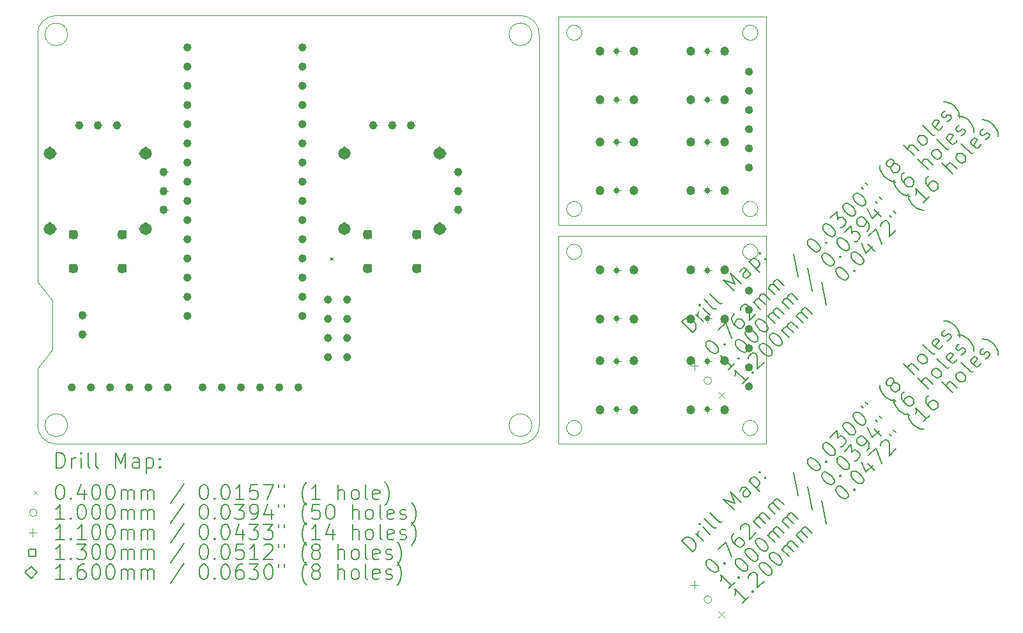
<source format=gbr>
%MOIN*%
%OFA0B0*%
%FSLAX46Y46*%
%IPPOS*%
%LPD*%
%ADD10C,0.0039370078740157488*%
%ADD11C,0.0078740157480314977*%
%ADD22C,0.0039370078740157488*%
%ADD23C,0.0078740157480314977*%
%ADD24C,0.0015748031496062994*%
%ADD25C,0.0043307086614173228*%
%ADD26C,0.0051181102362204732*%
%ADD27C,0.0062992125984251976*%
%ADD28C,0.015748031496062995*%
%ADD29C,0.03937007874015748*%
%ADD30C,0.043307086614173235*%
%ADD31C,0.051181102362204731*%
%ADD32C,0.062992125984251982*%
%ADD33C,0.0039370078740157488*%
%ADD34C,0.0078740157480314977*%
%ADD35C,0.0039370078740157488*%
%ADD36C,0.0078740157480314977*%
%ADD37C,0.0030000000000000005*%
%ADD38C,0.0047244094488188976*%
%ADD39C,0.030000000000000002*%
%ADD40C,0.03937007874015748*%
%ADD41C,0.047244094488188976*%
%ADD42C,0.0039370078740157488*%
%ADD43C,0.0078740157480314977*%
%ADD44C,0.0039370078740157488*%
%ADD45C,0.0078740157480314977*%
%ADD46C,0.0030000000000000005*%
%ADD47C,0.0047244094488188976*%
%ADD48C,0.030000000000000002*%
%ADD49C,0.03937007874015748*%
%ADD50C,0.047244094488188976*%
G01*
D10*
X0000000000Y0000846456D02*
X0000000000Y0002135826D01*
X0000000000Y0000098425D02*
X0000000000Y0000393700D01*
X0000078740Y0000492125D02*
X0000000000Y0000393700D01*
X0000078740Y0000748031D02*
X0000078740Y0000492125D01*
X0000000000Y0000846456D02*
X0000078740Y0000748031D01*
X0000157480Y0002135826D02*
G75*
G03*
X0000157480Y0002135826I-0000059055D01*
G01*
X0002519685Y0002234251D02*
X0000098425Y0002234251D01*
X0002578740Y0002135826D02*
G75*
G03*
X0002578740Y0002135826I-0000059055D01*
G01*
X0000098425Y0002234251D02*
G75*
G03*
X0000000000Y0002135826J-0000098425D01*
G01*
X0000000000Y0000098425D02*
G75*
G03*
X0000098425Y0000000000I0000098425D01*
G01*
X0002618110Y0000098425D02*
X0002618110Y0002135826D01*
X0002519685Y0000000000D02*
G75*
G03*
X0002618110Y0000098425J0000098425D01*
G01*
X0000157480Y0000098425D02*
G75*
G03*
X0000157480Y0000098425I-0000059055D01*
G01*
X0002618110Y0002135826D02*
G75*
G03*
X0002519685Y0002234251I-0000098425D01*
G01*
X0002578740Y0000098425D02*
G75*
G03*
X0002578740Y0000098425I-0000059055D01*
G01*
X0000098425Y0000000000D02*
X0002519685Y0000000000D01*
D11*
X0000099456Y-0000124203D02*
X0000099456Y-0000045462D01*
X0000118203Y-0000045462D01*
X0000129452Y-0000049212D01*
X0000136951Y-0000056711D01*
X0000140701Y-0000064210D01*
X0000144450Y-0000079208D01*
X0000144450Y-0000090457D01*
X0000140701Y-0000105455D01*
X0000136951Y-0000112954D01*
X0000129452Y-0000120453D01*
X0000118203Y-0000124203D01*
X0000099456Y-0000124203D01*
X0000178196Y-0000124203D02*
X0000178196Y-0000071709D01*
X0000178196Y-0000086707D02*
X0000181946Y-0000079208D01*
X0000185695Y-0000075459D01*
X0000193194Y-0000071709D01*
X0000200693Y-0000071709D01*
X0000226940Y-0000124203D02*
X0000226940Y-0000071709D01*
X0000226940Y-0000045462D02*
X0000223190Y-0000049212D01*
X0000226940Y-0000052961D01*
X0000230689Y-0000049212D01*
X0000226940Y-0000045462D01*
X0000226940Y-0000052961D01*
X0000275684Y-0000124203D02*
X0000268185Y-0000120453D01*
X0000264435Y-0000112954D01*
X0000264435Y-0000045462D01*
X0000316929Y-0000124203D02*
X0000309429Y-0000120453D01*
X0000305680Y-0000112954D01*
X0000305680Y-0000045462D01*
X0000406917Y-0000124203D02*
X0000406917Y-0000045462D01*
X0000433164Y-0000101705D01*
X0000459411Y-0000045462D01*
X0000459411Y-0000124203D01*
X0000530652Y-0000124203D02*
X0000530652Y-0000082958D01*
X0000526902Y-0000075459D01*
X0000519403Y-0000071709D01*
X0000504405Y-0000071709D01*
X0000496906Y-0000075459D01*
X0000530652Y-0000120453D02*
X0000523153Y-0000124203D01*
X0000504405Y-0000124203D01*
X0000496906Y-0000120453D01*
X0000493157Y-0000112954D01*
X0000493157Y-0000105455D01*
X0000496906Y-0000097955D01*
X0000504405Y-0000094206D01*
X0000523153Y-0000094206D01*
X0000530652Y-0000090457D01*
X0000568147Y-0000071709D02*
X0000568147Y-0000150449D01*
X0000568147Y-0000075459D02*
X0000575646Y-0000071709D01*
X0000590644Y-0000071709D01*
X0000598144Y-0000075459D01*
X0000601893Y-0000079208D01*
X0000605642Y-0000086707D01*
X0000605642Y-0000109204D01*
X0000601893Y-0000116703D01*
X0000598144Y-0000120453D01*
X0000590644Y-0000124203D01*
X0000575646Y-0000124203D01*
X0000568147Y-0000120453D01*
X0000639388Y-0000116703D02*
X0000643138Y-0000120453D01*
X0000639388Y-0000124203D01*
X0000635639Y-0000120453D01*
X0000639388Y-0000116703D01*
X0000639388Y-0000124203D01*
X0000639388Y-0000075459D02*
X0000643138Y-0000079208D01*
X0000639388Y-0000082958D01*
X0000635639Y-0000079208D01*
X0000639388Y-0000075459D01*
X0000639388Y-0000082958D01*
G04 next file*
G04 Gerber Fmt 4.6, Leading zero omitted, Abs format (unit mm)*
G04 Created by KiCad (PCBNEW (6.0.9)) date 2023-04-13 12:24:31*
G01*
G04 APERTURE LIST*
G04 APERTURE END LIST*
G04 next file*
G04 Gerber Fmt 4.5, Leading zero omitted, Abs format (unit mm)*
G04 Created by KiCad (PCBNEW (6.0.9)) date 2023-04-13 12:24:31*
G01*
G04 APERTURE LIST*
G04 APERTURE END LIST*
D22*
X0000000000Y0000846456D02*
X0000000000Y0002135826D01*
X0000000000Y0000098425D02*
X0000000000Y0000393700D01*
X0000078740Y0000492125D02*
X0000000000Y0000393700D01*
X0000078740Y0000748031D02*
X0000078740Y0000492125D01*
X0000000000Y0000846456D02*
X0000078740Y0000748031D01*
X0000157480Y0002135826D02*
G75*
G03*
X0000157480Y0002135826I-0000059055D01*
G01*
X0002519685Y0002234251D02*
X0000098425Y0002234251D01*
X0002578740Y0002135826D02*
G75*
G03*
X0002578740Y0002135826I-0000059055D01*
G01*
X0000098425Y0002234251D02*
G75*
G03*
X0000000000Y0002135826J-0000098425D01*
G01*
X0000000000Y0000098425D02*
G75*
G03*
X0000098425Y0000000000I0000098425D01*
G01*
X0002618110Y0000098425D02*
X0002618110Y0002135826D01*
X0002519685Y0000000000D02*
G75*
G03*
X0002618110Y0000098425J0000098425D01*
G01*
X0000157480Y0000098425D02*
G75*
G03*
X0000157480Y0000098425I-0000059055D01*
G01*
X0002618110Y0002135826D02*
G75*
G03*
X0002519685Y0002234251I-0000098425D01*
G01*
X0002578740Y0000098425D02*
G75*
G03*
X0002578740Y0000098425I-0000059055D01*
G01*
X0000098425Y0000000000D02*
X0002519685Y0000000000D01*
D23*
D24*
X0001527558Y0000972440D02*
X0001543307Y0000956692D01*
X0001543307Y0000972440D02*
X0001527558Y0000956692D01*
D22*
X0000198818Y0000295275D02*
G75*
G03*
X0000198818Y0000295275I-0000019685D01*
G01*
X0000298818Y0000295275D02*
G75*
G03*
X0000298818Y0000295275I-0000019685D01*
G01*
X0000398818Y0000295275D02*
G75*
G03*
X0000398818Y0000295275I-0000019685D01*
G01*
X0000498818Y0000295275D02*
G75*
G03*
X0000498818Y0000295275I-0000019685D01*
G01*
X0000598818Y0000295275D02*
G75*
G03*
X0000598818Y0000295275I-0000019685D01*
G01*
X0000698818Y0000295275D02*
G75*
G03*
X0000698818Y0000295275I-0000019685D01*
G01*
X0000801968Y0002067322D02*
G75*
G03*
X0000801968Y0002067322I-0000019685D01*
G01*
X0000801968Y0001967322D02*
G75*
G03*
X0000801968Y0001967322I-0000019685D01*
G01*
X0000801968Y0001867322D02*
G75*
G03*
X0000801968Y0001867322I-0000019685D01*
G01*
X0000801968Y0001767322D02*
G75*
G03*
X0000801968Y0001767322I-0000019685D01*
G01*
X0000801968Y0001667322D02*
G75*
G03*
X0000801968Y0001667322I-0000019685D01*
G01*
X0000801968Y0001567322D02*
G75*
G03*
X0000801968Y0001567322I-0000019685D01*
G01*
X0000801968Y0001467322D02*
G75*
G03*
X0000801968Y0001467322I-0000019685D01*
G01*
X0000801968Y0001367322D02*
G75*
G03*
X0000801968Y0001367322I-0000019685D01*
G01*
X0000801968Y0001267322D02*
G75*
G03*
X0000801968Y0001267322I-0000019685D01*
G01*
X0000801968Y0001167322D02*
G75*
G03*
X0000801968Y0001167322I-0000019685D01*
G01*
X0000801968Y0001067322D02*
G75*
G03*
X0000801968Y0001067322I-0000019685D01*
G01*
X0000801968Y0000967322D02*
G75*
G03*
X0000801968Y0000967322I-0000019685D01*
G01*
X0000801968Y0000867322D02*
G75*
G03*
X0000801968Y0000867322I-0000019685D01*
G01*
X0000801968Y0000767322D02*
G75*
G03*
X0000801968Y0000767322I-0000019685D01*
G01*
X0000801968Y0000667322D02*
G75*
G03*
X0000801968Y0000667322I-0000019685D01*
G01*
X0000881102Y0000295275D02*
G75*
G03*
X0000881102Y0000295275I-0000019685D01*
G01*
X0000981102Y0000295275D02*
G75*
G03*
X0000981102Y0000295275I-0000019685D01*
G01*
X0001081102Y0000295275D02*
G75*
G03*
X0001081102Y0000295275I-0000019685D01*
G01*
X0001181102Y0000295275D02*
G75*
G03*
X0001181102Y0000295275I-0000019685D01*
G01*
X0001281102Y0000295275D02*
G75*
G03*
X0001281102Y0000295275I-0000019685D01*
G01*
X0001381102Y0000295275D02*
G75*
G03*
X0001381102Y0000295275I-0000019685D01*
G01*
X0001401968Y0002067322D02*
G75*
G03*
X0001401968Y0002067322I-0000019685D01*
G01*
X0001401968Y0001967322D02*
G75*
G03*
X0001401968Y0001967322I-0000019685D01*
G01*
X0001401968Y0001867322D02*
G75*
G03*
X0001401968Y0001867322I-0000019685D01*
G01*
X0001401968Y0001767322D02*
G75*
G03*
X0001401968Y0001767322I-0000019685D01*
G01*
X0001401968Y0001667322D02*
G75*
G03*
X0001401968Y0001667322I-0000019685D01*
G01*
X0001401968Y0001567322D02*
G75*
G03*
X0001401968Y0001567322I-0000019685D01*
G01*
X0001401968Y0001467322D02*
G75*
G03*
X0001401968Y0001467322I-0000019685D01*
G01*
X0001401968Y0001367322D02*
G75*
G03*
X0001401968Y0001367322I-0000019685D01*
G01*
X0001401968Y0001267322D02*
G75*
G03*
X0001401968Y0001267322I-0000019685D01*
G01*
X0001401968Y0001167322D02*
G75*
G03*
X0001401968Y0001167322I-0000019685D01*
G01*
X0001401968Y0001067322D02*
G75*
G03*
X0001401968Y0001067322I-0000019685D01*
G01*
X0001401968Y0000967322D02*
G75*
G03*
X0001401968Y0000967322I-0000019685D01*
G01*
X0001401968Y0000867322D02*
G75*
G03*
X0001401968Y0000867322I-0000019685D01*
G01*
X0001401968Y0000767322D02*
G75*
G03*
X0001401968Y0000767322I-0000019685D01*
G01*
X0001401968Y0000667322D02*
G75*
G03*
X0001401968Y0000667322I-0000019685D01*
G01*
X0001535433Y0000752952D02*
G75*
G03*
X0001535433Y0000752952I-0000019685D01*
G01*
X0001535433Y0000652952D02*
G75*
G03*
X0001535433Y0000652952I-0000019685D01*
G01*
X0001535433Y0000552952D02*
G75*
G03*
X0001535433Y0000552952I-0000019685D01*
G01*
X0001535433Y0000452952D02*
G75*
G03*
X0001535433Y0000452952I-0000019685D01*
G01*
X0001635433Y0000752952D02*
G75*
G03*
X0001635433Y0000752952I-0000019685D01*
G01*
X0001635433Y0000652952D02*
G75*
G03*
X0001635433Y0000652952I-0000019685D01*
G01*
X0001635433Y0000552952D02*
G75*
G03*
X0001635433Y0000552952I-0000019685D01*
G01*
X0001635433Y0000452952D02*
G75*
G03*
X0001635433Y0000452952I-0000019685D01*
G01*
D25*
X0000216535Y0001684251D02*
X0000216535Y0001640944D01*
X0000194881Y0001662598D02*
X0000238188Y0001662598D01*
X0000236220Y0000691732D02*
X0000236220Y0000648425D01*
X0000214566Y0000670078D02*
X0000257874Y0000670078D01*
X0000236220Y0000591732D02*
X0000236220Y0000548425D01*
X0000214566Y0000570078D02*
X0000257874Y0000570078D01*
X0000314960Y0001684251D02*
X0000314960Y0001640944D01*
X0000293307Y0001662598D02*
X0000336614Y0001662598D01*
X0000413385Y0001684251D02*
X0000413385Y0001640944D01*
X0000391731Y0001662598D02*
X0000435039Y0001662598D01*
X0000658661Y0001438975D02*
X0000658661Y0001395669D01*
X0000637007Y0001417322D02*
X0000680314Y0001417322D01*
X0000658661Y0001340550D02*
X0000658661Y0001297244D01*
X0000637007Y0001318897D02*
X0000680314Y0001318897D01*
X0000658661Y0001242125D02*
X0000658661Y0001198818D01*
X0000637007Y0001220472D02*
X0000680314Y0001220472D01*
X0001751968Y0001684251D02*
X0001751968Y0001640944D01*
X0001730314Y0001662598D02*
X0001773622Y0001662598D01*
X0001850393Y0001684251D02*
X0001850393Y0001640944D01*
X0001828740Y0001662598D02*
X0001872047Y0001662598D01*
X0001948818Y0001684251D02*
X0001948818Y0001640944D01*
X0001927165Y0001662598D02*
X0001970472Y0001662598D01*
X0002194094Y0001438975D02*
X0002194094Y0001395669D01*
X0002172440Y0001417322D02*
X0002215748Y0001417322D01*
X0002194094Y0001340550D02*
X0002194094Y0001297244D01*
X0002172440Y0001318897D02*
X0002215748Y0001318897D01*
X0002194094Y0001242125D02*
X0002194094Y0001198818D01*
X0002172440Y0001220472D02*
X0002215748Y0001220472D01*
D26*
X0000205103Y0001074424D02*
X0000205103Y0001110614D01*
X0000168912Y0001110614D01*
X0000168912Y0001074424D01*
X0000205103Y0001074424D01*
X0000205103Y0000897259D02*
X0000205103Y0000933449D01*
X0000168912Y0000933449D01*
X0000168912Y0000897259D01*
X0000205103Y0000897259D01*
X0000461008Y0001074424D02*
X0000461008Y0001110614D01*
X0000424818Y0001110614D01*
X0000424818Y0001074424D01*
X0000461008Y0001074424D01*
X0000461008Y0000897259D02*
X0000461008Y0000933449D01*
X0000424818Y0000933449D01*
X0000424818Y0000897259D01*
X0000461008Y0000897259D01*
X0001740536Y0001074424D02*
X0001740536Y0001110614D01*
X0001704345Y0001110614D01*
X0001704345Y0001074424D01*
X0001740536Y0001074424D01*
X0001740536Y0000897259D02*
X0001740536Y0000933449D01*
X0001704345Y0000933449D01*
X0001704345Y0000897259D01*
X0001740536Y0000897259D01*
X0001996441Y0001074424D02*
X0001996441Y0001110614D01*
X0001960251Y0001110614D01*
X0001960251Y0001074424D01*
X0001996441Y0001074424D01*
X0001996441Y0000897259D02*
X0001996441Y0000933449D01*
X0001960251Y0000933449D01*
X0001960251Y0000897259D01*
X0001996441Y0000897259D01*
D27*
X0000065944Y0001484251D02*
X0000097440Y0001515748D01*
X0000065944Y0001547243D01*
X0000034448Y0001515748D01*
X0000065944Y0001484251D01*
X0000065944Y0001090551D02*
X0000097440Y0001122047D01*
X0000065944Y0001153543D01*
X0000034448Y0001122047D01*
X0000065944Y0001090551D01*
X0000563976Y0001484251D02*
X0000595472Y0001515748D01*
X0000563976Y0001547243D01*
X0000532480Y0001515748D01*
X0000563976Y0001484251D01*
X0000563976Y0001090551D02*
X0000595472Y0001122047D01*
X0000563976Y0001153543D01*
X0000532480Y0001122047D01*
X0000563976Y0001090551D01*
X0001601377Y0001484251D02*
X0001632874Y0001515748D01*
X0001601377Y0001547243D01*
X0001569881Y0001515748D01*
X0001601377Y0001484251D01*
X0001601377Y0001090551D02*
X0001632874Y0001122047D01*
X0001601377Y0001153543D01*
X0001569881Y0001122047D01*
X0001601377Y0001090551D01*
X0002099409Y0001484251D02*
X0002130905Y0001515748D01*
X0002099409Y0001547243D01*
X0002067913Y0001515748D01*
X0002099409Y0001484251D01*
X0002099409Y0001090551D02*
X0002130905Y0001122047D01*
X0002099409Y0001153543D01*
X0002067913Y0001122047D01*
X0002099409Y0001090551D01*
D23*
X0000099456Y-0000124203D02*
X0000099456Y-0000045462D01*
X0000118203Y-0000045462D01*
X0000129452Y-0000049212D01*
X0000136951Y-0000056711D01*
X0000140701Y-0000064210D01*
X0000144450Y-0000079208D01*
X0000144450Y-0000090457D01*
X0000140701Y-0000105455D01*
X0000136951Y-0000112954D01*
X0000129452Y-0000120453D01*
X0000118203Y-0000124203D01*
X0000099456Y-0000124203D01*
X0000178196Y-0000124203D02*
X0000178196Y-0000071709D01*
X0000178196Y-0000086707D02*
X0000181946Y-0000079208D01*
X0000185695Y-0000075459D01*
X0000193194Y-0000071709D01*
X0000200693Y-0000071709D01*
X0000226940Y-0000124203D02*
X0000226940Y-0000071709D01*
X0000226940Y-0000045462D02*
X0000223190Y-0000049212D01*
X0000226940Y-0000052961D01*
X0000230689Y-0000049212D01*
X0000226940Y-0000045462D01*
X0000226940Y-0000052961D01*
X0000275684Y-0000124203D02*
X0000268185Y-0000120453D01*
X0000264435Y-0000112954D01*
X0000264435Y-0000045462D01*
X0000316929Y-0000124203D02*
X0000309429Y-0000120453D01*
X0000305680Y-0000112954D01*
X0000305680Y-0000045462D01*
X0000406917Y-0000124203D02*
X0000406917Y-0000045462D01*
X0000433164Y-0000101705D01*
X0000459411Y-0000045462D01*
X0000459411Y-0000124203D01*
X0000530652Y-0000124203D02*
X0000530652Y-0000082958D01*
X0000526902Y-0000075459D01*
X0000519403Y-0000071709D01*
X0000504405Y-0000071709D01*
X0000496906Y-0000075459D01*
X0000530652Y-0000120453D02*
X0000523153Y-0000124203D01*
X0000504405Y-0000124203D01*
X0000496906Y-0000120453D01*
X0000493157Y-0000112954D01*
X0000493157Y-0000105455D01*
X0000496906Y-0000097955D01*
X0000504405Y-0000094206D01*
X0000523153Y-0000094206D01*
X0000530652Y-0000090457D01*
X0000568147Y-0000071709D02*
X0000568147Y-0000150449D01*
X0000568147Y-0000075459D02*
X0000575646Y-0000071709D01*
X0000590644Y-0000071709D01*
X0000598144Y-0000075459D01*
X0000601893Y-0000079208D01*
X0000605642Y-0000086707D01*
X0000605642Y-0000109204D01*
X0000601893Y-0000116703D01*
X0000598144Y-0000120453D01*
X0000590644Y-0000124203D01*
X0000575646Y-0000124203D01*
X0000568147Y-0000120453D01*
X0000639388Y-0000116703D02*
X0000643138Y-0000120453D01*
X0000639388Y-0000124203D01*
X0000635639Y-0000120453D01*
X0000639388Y-0000116703D01*
X0000639388Y-0000124203D01*
X0000639388Y-0000075459D02*
X0000643138Y-0000079208D01*
X0000639388Y-0000082958D01*
X0000635639Y-0000079208D01*
X0000639388Y-0000075459D01*
X0000639388Y-0000082958D01*
D24*
X-0000017716Y-0000246062D02*
X-0000001968Y-0000261810D01*
X-0000001968Y-0000246062D02*
X-0000017716Y-0000261810D01*
D23*
X0000114454Y-0000210816D02*
X0000121953Y-0000210816D01*
X0000129452Y-0000214566D01*
X0000133201Y-0000218316D01*
X0000136951Y-0000225814D01*
X0000140701Y-0000240813D01*
X0000140701Y-0000259561D01*
X0000136951Y-0000274559D01*
X0000133201Y-0000282057D01*
X0000129452Y-0000285807D01*
X0000121953Y-0000289557D01*
X0000114454Y-0000289557D01*
X0000106955Y-0000285807D01*
X0000103205Y-0000282057D01*
X0000099456Y-0000274559D01*
X0000095706Y-0000259561D01*
X0000095706Y-0000240813D01*
X0000099456Y-0000225814D01*
X0000103205Y-0000218316D01*
X0000106955Y-0000214566D01*
X0000114454Y-0000210816D01*
X0000174446Y-0000282057D02*
X0000178196Y-0000285807D01*
X0000174446Y-0000289557D01*
X0000170697Y-0000285807D01*
X0000174446Y-0000282057D01*
X0000174446Y-0000289557D01*
X0000245688Y-0000237064D02*
X0000245688Y-0000289557D01*
X0000226940Y-0000207067D02*
X0000208192Y-0000263310D01*
X0000256936Y-0000263310D01*
X0000301931Y-0000210816D02*
X0000309429Y-0000210816D01*
X0000316929Y-0000214566D01*
X0000320678Y-0000218316D01*
X0000324428Y-0000225814D01*
X0000328177Y-0000240813D01*
X0000328177Y-0000259561D01*
X0000324428Y-0000274559D01*
X0000320678Y-0000282057D01*
X0000316929Y-0000285807D01*
X0000309429Y-0000289557D01*
X0000301931Y-0000289557D01*
X0000294431Y-0000285807D01*
X0000290682Y-0000282057D01*
X0000286932Y-0000274559D01*
X0000283183Y-0000259561D01*
X0000283183Y-0000240813D01*
X0000286932Y-0000225814D01*
X0000290682Y-0000218316D01*
X0000294431Y-0000214566D01*
X0000301931Y-0000210816D01*
X0000376921Y-0000210816D02*
X0000384420Y-0000210816D01*
X0000391919Y-0000214566D01*
X0000395669Y-0000218316D01*
X0000399418Y-0000225814D01*
X0000403168Y-0000240813D01*
X0000403168Y-0000259561D01*
X0000399418Y-0000274559D01*
X0000395669Y-0000282057D01*
X0000391919Y-0000285807D01*
X0000384420Y-0000289557D01*
X0000376921Y-0000289557D01*
X0000369422Y-0000285807D01*
X0000365672Y-0000282057D01*
X0000361923Y-0000274559D01*
X0000358173Y-0000259561D01*
X0000358173Y-0000240813D01*
X0000361923Y-0000225814D01*
X0000365672Y-0000218316D01*
X0000369422Y-0000214566D01*
X0000376921Y-0000210816D01*
X0000436914Y-0000289557D02*
X0000436914Y-0000237064D01*
X0000436914Y-0000244562D02*
X0000440663Y-0000240813D01*
X0000448162Y-0000237064D01*
X0000459411Y-0000237064D01*
X0000466910Y-0000240813D01*
X0000470659Y-0000248312D01*
X0000470659Y-0000289557D01*
X0000470659Y-0000248312D02*
X0000474409Y-0000240813D01*
X0000481908Y-0000237064D01*
X0000493157Y-0000237064D01*
X0000500656Y-0000240813D01*
X0000504405Y-0000248312D01*
X0000504405Y-0000289557D01*
X0000541901Y-0000289557D02*
X0000541901Y-0000237064D01*
X0000541901Y-0000244562D02*
X0000545650Y-0000240813D01*
X0000553149Y-0000237064D01*
X0000564398Y-0000237064D01*
X0000571897Y-0000240813D01*
X0000575646Y-0000248312D01*
X0000575646Y-0000289557D01*
X0000575646Y-0000248312D02*
X0000579396Y-0000240813D01*
X0000586895Y-0000237064D01*
X0000598144Y-0000237064D01*
X0000605642Y-0000240813D01*
X0000609392Y-0000248312D01*
X0000609392Y-0000289557D01*
X0000763123Y-0000207067D02*
X0000695631Y-0000308305D01*
X0000864360Y-0000210816D02*
X0000871859Y-0000210816D01*
X0000879358Y-0000214566D01*
X0000883108Y-0000218316D01*
X0000886857Y-0000225814D01*
X0000890607Y-0000240813D01*
X0000890607Y-0000259561D01*
X0000886857Y-0000274559D01*
X0000883108Y-0000282057D01*
X0000879358Y-0000285807D01*
X0000871859Y-0000289557D01*
X0000864360Y-0000289557D01*
X0000856861Y-0000285807D01*
X0000853112Y-0000282057D01*
X0000849362Y-0000274559D01*
X0000845612Y-0000259561D01*
X0000845612Y-0000240813D01*
X0000849362Y-0000225814D01*
X0000853112Y-0000218316D01*
X0000856861Y-0000214566D01*
X0000864360Y-0000210816D01*
X0000924353Y-0000282057D02*
X0000928102Y-0000285807D01*
X0000924353Y-0000289557D01*
X0000920603Y-0000285807D01*
X0000924353Y-0000282057D01*
X0000924353Y-0000289557D01*
X0000976846Y-0000210816D02*
X0000984345Y-0000210816D01*
X0000991844Y-0000214566D01*
X0000995594Y-0000218316D01*
X0000999343Y-0000225814D01*
X0001003093Y-0000240813D01*
X0001003093Y-0000259561D01*
X0000999343Y-0000274559D01*
X0000995594Y-0000282057D01*
X0000991844Y-0000285807D01*
X0000984345Y-0000289557D01*
X0000976846Y-0000289557D01*
X0000969347Y-0000285807D01*
X0000965598Y-0000282057D01*
X0000961848Y-0000274559D01*
X0000958098Y-0000259561D01*
X0000958098Y-0000240813D01*
X0000961848Y-0000225814D01*
X0000965598Y-0000218316D01*
X0000969347Y-0000214566D01*
X0000976846Y-0000210816D01*
X0001078083Y-0000289557D02*
X0001033089Y-0000289557D01*
X0001055586Y-0000289557D02*
X0001055586Y-0000210816D01*
X0001048087Y-0000222065D01*
X0001040588Y-0000229564D01*
X0001033089Y-0000233314D01*
X0001149325Y-0000210816D02*
X0001111829Y-0000210816D01*
X0001108080Y-0000248312D01*
X0001111829Y-0000244562D01*
X0001119328Y-0000240813D01*
X0001138076Y-0000240813D01*
X0001145575Y-0000244562D01*
X0001149325Y-0000248312D01*
X0001153074Y-0000255811D01*
X0001153074Y-0000274559D01*
X0001149325Y-0000282057D01*
X0001145575Y-0000285807D01*
X0001138076Y-0000289557D01*
X0001119328Y-0000289557D01*
X0001111829Y-0000285807D01*
X0001108080Y-0000282057D01*
X0001179321Y-0000210816D02*
X0001231814Y-0000210816D01*
X0001198068Y-0000289557D01*
X0001258061Y-0000210816D02*
X0001258061Y-0000225814D01*
X0001288057Y-0000210816D02*
X0001288057Y-0000225814D01*
X0001404293Y-0000319553D02*
X0001400543Y-0000315803D01*
X0001393044Y-0000304555D01*
X0001389294Y-0000297056D01*
X0001385545Y-0000285807D01*
X0001381796Y-0000267059D01*
X0001381796Y-0000252062D01*
X0001385545Y-0000233314D01*
X0001389294Y-0000222065D01*
X0001393044Y-0000214566D01*
X0001400543Y-0000203317D01*
X0001404293Y-0000199568D01*
X0001475534Y-0000289557D02*
X0001430539Y-0000289557D01*
X0001453037Y-0000289557D02*
X0001453037Y-0000210816D01*
X0001445538Y-0000222065D01*
X0001438038Y-0000229564D01*
X0001430539Y-0000233314D01*
X0001569272Y-0000289557D02*
X0001569272Y-0000210816D01*
X0001603018Y-0000289557D02*
X0001603018Y-0000248312D01*
X0001599268Y-0000240813D01*
X0001591769Y-0000237064D01*
X0001580521Y-0000237064D01*
X0001573022Y-0000240813D01*
X0001569272Y-0000244562D01*
X0001651762Y-0000289557D02*
X0001644262Y-0000285807D01*
X0001640513Y-0000282057D01*
X0001636764Y-0000274559D01*
X0001636764Y-0000252062D01*
X0001640513Y-0000244562D01*
X0001644262Y-0000240813D01*
X0001651762Y-0000237064D01*
X0001663011Y-0000237064D01*
X0001670509Y-0000240813D01*
X0001674259Y-0000244562D01*
X0001678009Y-0000252062D01*
X0001678009Y-0000274559D01*
X0001674259Y-0000282057D01*
X0001670509Y-0000285807D01*
X0001663011Y-0000289557D01*
X0001651762Y-0000289557D01*
X0001723003Y-0000289557D02*
X0001715504Y-0000285807D01*
X0001711754Y-0000278308D01*
X0001711754Y-0000210816D01*
X0001782996Y-0000285807D02*
X0001775496Y-0000289557D01*
X0001760498Y-0000289557D01*
X0001752999Y-0000285807D01*
X0001749250Y-0000278308D01*
X0001749250Y-0000248312D01*
X0001752999Y-0000240813D01*
X0001760498Y-0000237064D01*
X0001775496Y-0000237064D01*
X0001782996Y-0000240813D01*
X0001786745Y-0000248312D01*
X0001786745Y-0000255811D01*
X0001749250Y-0000263310D01*
X0001812992Y-0000319553D02*
X0001816741Y-0000315803D01*
X0001824240Y-0000304555D01*
X0001827990Y-0000297056D01*
X0001831739Y-0000285807D01*
X0001835489Y-0000267059D01*
X0001835489Y-0000252062D01*
X0001831739Y-0000233314D01*
X0001827990Y-0000222065D01*
X0001824240Y-0000214566D01*
X0001816741Y-0000203317D01*
X0001812992Y-0000199568D01*
D22*
X-0000001968Y-0000357874D02*
G75*
G03*
X-0000001968Y-0000357874I-0000019685D01*
G01*
D23*
X0000140701Y-0000393494D02*
X0000095706Y-0000393494D01*
X0000118203Y-0000393494D02*
X0000118203Y-0000314754D01*
X0000110704Y-0000326002D01*
X0000103205Y-0000333501D01*
X0000095706Y-0000337251D01*
X0000174446Y-0000385995D02*
X0000178196Y-0000389744D01*
X0000174446Y-0000393494D01*
X0000170697Y-0000389744D01*
X0000174446Y-0000385995D01*
X0000174446Y-0000393494D01*
X0000226940Y-0000314754D02*
X0000234439Y-0000314754D01*
X0000241938Y-0000318503D01*
X0000245688Y-0000322253D01*
X0000249437Y-0000329751D01*
X0000253187Y-0000344750D01*
X0000253187Y-0000363498D01*
X0000249437Y-0000378496D01*
X0000245688Y-0000385995D01*
X0000241938Y-0000389744D01*
X0000234439Y-0000393494D01*
X0000226940Y-0000393494D01*
X0000219441Y-0000389744D01*
X0000215691Y-0000385995D01*
X0000211942Y-0000378496D01*
X0000208192Y-0000363498D01*
X0000208192Y-0000344750D01*
X0000211942Y-0000329751D01*
X0000215691Y-0000322253D01*
X0000219441Y-0000318503D01*
X0000226940Y-0000314754D01*
X0000301931Y-0000314754D02*
X0000309429Y-0000314754D01*
X0000316929Y-0000318503D01*
X0000320678Y-0000322253D01*
X0000324428Y-0000329751D01*
X0000328177Y-0000344750D01*
X0000328177Y-0000363498D01*
X0000324428Y-0000378496D01*
X0000320678Y-0000385995D01*
X0000316929Y-0000389744D01*
X0000309429Y-0000393494D01*
X0000301931Y-0000393494D01*
X0000294431Y-0000389744D01*
X0000290682Y-0000385995D01*
X0000286932Y-0000378496D01*
X0000283183Y-0000363498D01*
X0000283183Y-0000344750D01*
X0000286932Y-0000329751D01*
X0000290682Y-0000322253D01*
X0000294431Y-0000318503D01*
X0000301931Y-0000314754D01*
X0000376921Y-0000314754D02*
X0000384420Y-0000314754D01*
X0000391919Y-0000318503D01*
X0000395669Y-0000322253D01*
X0000399418Y-0000329751D01*
X0000403168Y-0000344750D01*
X0000403168Y-0000363498D01*
X0000399418Y-0000378496D01*
X0000395669Y-0000385995D01*
X0000391919Y-0000389744D01*
X0000384420Y-0000393494D01*
X0000376921Y-0000393494D01*
X0000369422Y-0000389744D01*
X0000365672Y-0000385995D01*
X0000361923Y-0000378496D01*
X0000358173Y-0000363498D01*
X0000358173Y-0000344750D01*
X0000361923Y-0000329751D01*
X0000365672Y-0000322253D01*
X0000369422Y-0000318503D01*
X0000376921Y-0000314754D01*
X0000436914Y-0000393494D02*
X0000436914Y-0000341000D01*
X0000436914Y-0000348500D02*
X0000440663Y-0000344750D01*
X0000448162Y-0000341000D01*
X0000459411Y-0000341000D01*
X0000466910Y-0000344750D01*
X0000470659Y-0000352249D01*
X0000470659Y-0000393494D01*
X0000470659Y-0000352249D02*
X0000474409Y-0000344750D01*
X0000481908Y-0000341000D01*
X0000493157Y-0000341000D01*
X0000500656Y-0000344750D01*
X0000504405Y-0000352249D01*
X0000504405Y-0000393494D01*
X0000541901Y-0000393494D02*
X0000541901Y-0000341000D01*
X0000541901Y-0000348500D02*
X0000545650Y-0000344750D01*
X0000553149Y-0000341000D01*
X0000564398Y-0000341000D01*
X0000571897Y-0000344750D01*
X0000575646Y-0000352249D01*
X0000575646Y-0000393494D01*
X0000575646Y-0000352249D02*
X0000579396Y-0000344750D01*
X0000586895Y-0000341000D01*
X0000598144Y-0000341000D01*
X0000605642Y-0000344750D01*
X0000609392Y-0000352249D01*
X0000609392Y-0000393494D01*
X0000763123Y-0000311004D02*
X0000695631Y-0000412242D01*
X0000864360Y-0000314754D02*
X0000871859Y-0000314754D01*
X0000879358Y-0000318503D01*
X0000883108Y-0000322253D01*
X0000886857Y-0000329751D01*
X0000890607Y-0000344750D01*
X0000890607Y-0000363498D01*
X0000886857Y-0000378496D01*
X0000883108Y-0000385995D01*
X0000879358Y-0000389744D01*
X0000871859Y-0000393494D01*
X0000864360Y-0000393494D01*
X0000856861Y-0000389744D01*
X0000853112Y-0000385995D01*
X0000849362Y-0000378496D01*
X0000845612Y-0000363498D01*
X0000845612Y-0000344750D01*
X0000849362Y-0000329751D01*
X0000853112Y-0000322253D01*
X0000856861Y-0000318503D01*
X0000864360Y-0000314754D01*
X0000924353Y-0000385995D02*
X0000928102Y-0000389744D01*
X0000924353Y-0000393494D01*
X0000920603Y-0000389744D01*
X0000924353Y-0000385995D01*
X0000924353Y-0000393494D01*
X0000976846Y-0000314754D02*
X0000984345Y-0000314754D01*
X0000991844Y-0000318503D01*
X0000995594Y-0000322253D01*
X0000999343Y-0000329751D01*
X0001003093Y-0000344750D01*
X0001003093Y-0000363498D01*
X0000999343Y-0000378496D01*
X0000995594Y-0000385995D01*
X0000991844Y-0000389744D01*
X0000984345Y-0000393494D01*
X0000976846Y-0000393494D01*
X0000969347Y-0000389744D01*
X0000965598Y-0000385995D01*
X0000961848Y-0000378496D01*
X0000958098Y-0000363498D01*
X0000958098Y-0000344750D01*
X0000961848Y-0000329751D01*
X0000965598Y-0000322253D01*
X0000969347Y-0000318503D01*
X0000976846Y-0000314754D01*
X0001029340Y-0000314754D02*
X0001078083Y-0000314754D01*
X0001051837Y-0000344750D01*
X0001063085Y-0000344750D01*
X0001070585Y-0000348500D01*
X0001074334Y-0000352249D01*
X0001078083Y-0000359748D01*
X0001078083Y-0000378496D01*
X0001074334Y-0000385995D01*
X0001070585Y-0000389744D01*
X0001063085Y-0000393494D01*
X0001040588Y-0000393494D01*
X0001033089Y-0000389744D01*
X0001029340Y-0000385995D01*
X0001115579Y-0000393494D02*
X0001130577Y-0000393494D01*
X0001138076Y-0000389744D01*
X0001141825Y-0000385995D01*
X0001149325Y-0000374746D01*
X0001153074Y-0000359748D01*
X0001153074Y-0000329751D01*
X0001149325Y-0000322253D01*
X0001145575Y-0000318503D01*
X0001138076Y-0000314754D01*
X0001123078Y-0000314754D01*
X0001115579Y-0000318503D01*
X0001111829Y-0000322253D01*
X0001108080Y-0000329751D01*
X0001108080Y-0000348500D01*
X0001111829Y-0000355998D01*
X0001115579Y-0000359748D01*
X0001123078Y-0000363498D01*
X0001138076Y-0000363498D01*
X0001145575Y-0000359748D01*
X0001149325Y-0000355998D01*
X0001153074Y-0000348500D01*
X0001220566Y-0000341000D02*
X0001220566Y-0000393494D01*
X0001201818Y-0000311004D02*
X0001183070Y-0000367247D01*
X0001231814Y-0000367247D01*
X0001258061Y-0000314754D02*
X0001258061Y-0000329751D01*
X0001288057Y-0000314754D02*
X0001288057Y-0000329751D01*
X0001404293Y-0000423490D02*
X0001400543Y-0000419740D01*
X0001393044Y-0000408492D01*
X0001389294Y-0000400993D01*
X0001385545Y-0000389744D01*
X0001381796Y-0000370997D01*
X0001381796Y-0000355998D01*
X0001385545Y-0000337251D01*
X0001389294Y-0000326002D01*
X0001393044Y-0000318503D01*
X0001400543Y-0000307255D01*
X0001404293Y-0000303505D01*
X0001471784Y-0000314754D02*
X0001434289Y-0000314754D01*
X0001430539Y-0000352249D01*
X0001434289Y-0000348500D01*
X0001441788Y-0000344750D01*
X0001460536Y-0000344750D01*
X0001468034Y-0000348500D01*
X0001471784Y-0000352249D01*
X0001475534Y-0000359748D01*
X0001475534Y-0000378496D01*
X0001471784Y-0000385995D01*
X0001468034Y-0000389744D01*
X0001460536Y-0000393494D01*
X0001441788Y-0000393494D01*
X0001434289Y-0000389744D01*
X0001430539Y-0000385995D01*
X0001524278Y-0000314754D02*
X0001531777Y-0000314754D01*
X0001539276Y-0000318503D01*
X0001543025Y-0000322253D01*
X0001546774Y-0000329751D01*
X0001550524Y-0000344750D01*
X0001550524Y-0000363498D01*
X0001546774Y-0000378496D01*
X0001543025Y-0000385995D01*
X0001539276Y-0000389744D01*
X0001531777Y-0000393494D01*
X0001524278Y-0000393494D01*
X0001516779Y-0000389744D01*
X0001513029Y-0000385995D01*
X0001509279Y-0000378496D01*
X0001505530Y-0000363498D01*
X0001505530Y-0000344750D01*
X0001509279Y-0000329751D01*
X0001513029Y-0000322253D01*
X0001516779Y-0000318503D01*
X0001524278Y-0000314754D01*
X0001644262Y-0000393494D02*
X0001644262Y-0000314754D01*
X0001678009Y-0000393494D02*
X0001678009Y-0000352249D01*
X0001674259Y-0000344750D01*
X0001666760Y-0000341000D01*
X0001655511Y-0000341000D01*
X0001648012Y-0000344750D01*
X0001644262Y-0000348500D01*
X0001726752Y-0000393494D02*
X0001719253Y-0000389744D01*
X0001715504Y-0000385995D01*
X0001711754Y-0000378496D01*
X0001711754Y-0000355998D01*
X0001715504Y-0000348500D01*
X0001719253Y-0000344750D01*
X0001726752Y-0000341000D01*
X0001738001Y-0000341000D01*
X0001745500Y-0000344750D01*
X0001749250Y-0000348500D01*
X0001752999Y-0000355998D01*
X0001752999Y-0000378496D01*
X0001749250Y-0000385995D01*
X0001745500Y-0000389744D01*
X0001738001Y-0000393494D01*
X0001726752Y-0000393494D01*
X0001797994Y-0000393494D02*
X0001790494Y-0000389744D01*
X0001786745Y-0000382246D01*
X0001786745Y-0000314754D01*
X0001857986Y-0000389744D02*
X0001850487Y-0000393494D01*
X0001835489Y-0000393494D01*
X0001827990Y-0000389744D01*
X0001824240Y-0000382246D01*
X0001824240Y-0000352249D01*
X0001827990Y-0000344750D01*
X0001835489Y-0000341000D01*
X0001850487Y-0000341000D01*
X0001857986Y-0000344750D01*
X0001861736Y-0000352249D01*
X0001861736Y-0000359748D01*
X0001824240Y-0000367247D01*
X0001891732Y-0000389744D02*
X0001899231Y-0000393494D01*
X0001914229Y-0000393494D01*
X0001921728Y-0000389744D01*
X0001925477Y-0000382246D01*
X0001925477Y-0000378496D01*
X0001921728Y-0000370997D01*
X0001914229Y-0000367247D01*
X0001902980Y-0000367247D01*
X0001895481Y-0000363498D01*
X0001891732Y-0000355998D01*
X0001891732Y-0000352249D01*
X0001895481Y-0000344750D01*
X0001902980Y-0000341000D01*
X0001914229Y-0000341000D01*
X0001921728Y-0000344750D01*
X0001951724Y-0000423490D02*
X0001955474Y-0000419740D01*
X0001962973Y-0000408492D01*
X0001966722Y-0000400993D01*
X0001970472Y-0000389744D01*
X0001974222Y-0000370997D01*
X0001974222Y-0000355998D01*
X0001970472Y-0000337251D01*
X0001966722Y-0000326002D01*
X0001962973Y-0000318503D01*
X0001955474Y-0000307255D01*
X0001951724Y-0000303505D01*
D25*
X-0000023622Y-0000440157D02*
X-0000023622Y-0000483464D01*
X-0000045275Y-0000461811D02*
X-0000001968Y-0000461811D01*
D23*
X0000140701Y-0000497431D02*
X0000095706Y-0000497431D01*
X0000118203Y-0000497431D02*
X0000118203Y-0000418691D01*
X0000110704Y-0000429939D01*
X0000103205Y-0000437438D01*
X0000095706Y-0000441188D01*
X0000174446Y-0000489932D02*
X0000178196Y-0000493681D01*
X0000174446Y-0000497431D01*
X0000170697Y-0000493681D01*
X0000174446Y-0000489932D01*
X0000174446Y-0000497431D01*
X0000253187Y-0000497431D02*
X0000208192Y-0000497431D01*
X0000230689Y-0000497431D02*
X0000230689Y-0000418691D01*
X0000223190Y-0000429939D01*
X0000215691Y-0000437438D01*
X0000208192Y-0000441188D01*
X0000301931Y-0000418691D02*
X0000309429Y-0000418691D01*
X0000316929Y-0000422440D01*
X0000320678Y-0000426190D01*
X0000324428Y-0000433688D01*
X0000328177Y-0000448687D01*
X0000328177Y-0000467435D01*
X0000324428Y-0000482433D01*
X0000320678Y-0000489932D01*
X0000316929Y-0000493681D01*
X0000309429Y-0000497431D01*
X0000301931Y-0000497431D01*
X0000294431Y-0000493681D01*
X0000290682Y-0000489932D01*
X0000286932Y-0000482433D01*
X0000283183Y-0000467435D01*
X0000283183Y-0000448687D01*
X0000286932Y-0000433688D01*
X0000290682Y-0000426190D01*
X0000294431Y-0000422440D01*
X0000301931Y-0000418691D01*
X0000376921Y-0000418691D02*
X0000384420Y-0000418691D01*
X0000391919Y-0000422440D01*
X0000395669Y-0000426190D01*
X0000399418Y-0000433688D01*
X0000403168Y-0000448687D01*
X0000403168Y-0000467435D01*
X0000399418Y-0000482433D01*
X0000395669Y-0000489932D01*
X0000391919Y-0000493681D01*
X0000384420Y-0000497431D01*
X0000376921Y-0000497431D01*
X0000369422Y-0000493681D01*
X0000365672Y-0000489932D01*
X0000361923Y-0000482433D01*
X0000358173Y-0000467435D01*
X0000358173Y-0000448687D01*
X0000361923Y-0000433688D01*
X0000365672Y-0000426190D01*
X0000369422Y-0000422440D01*
X0000376921Y-0000418691D01*
X0000436914Y-0000497431D02*
X0000436914Y-0000444937D01*
X0000436914Y-0000452437D02*
X0000440663Y-0000448687D01*
X0000448162Y-0000444937D01*
X0000459411Y-0000444937D01*
X0000466910Y-0000448687D01*
X0000470659Y-0000456186D01*
X0000470659Y-0000497431D01*
X0000470659Y-0000456186D02*
X0000474409Y-0000448687D01*
X0000481908Y-0000444937D01*
X0000493157Y-0000444937D01*
X0000500656Y-0000448687D01*
X0000504405Y-0000456186D01*
X0000504405Y-0000497431D01*
X0000541901Y-0000497431D02*
X0000541901Y-0000444937D01*
X0000541901Y-0000452437D02*
X0000545650Y-0000448687D01*
X0000553149Y-0000444937D01*
X0000564398Y-0000444937D01*
X0000571897Y-0000448687D01*
X0000575646Y-0000456186D01*
X0000575646Y-0000497431D01*
X0000575646Y-0000456186D02*
X0000579396Y-0000448687D01*
X0000586895Y-0000444937D01*
X0000598144Y-0000444937D01*
X0000605642Y-0000448687D01*
X0000609392Y-0000456186D01*
X0000609392Y-0000497431D01*
X0000763123Y-0000414941D02*
X0000695631Y-0000516179D01*
X0000864360Y-0000418691D02*
X0000871859Y-0000418691D01*
X0000879358Y-0000422440D01*
X0000883108Y-0000426190D01*
X0000886857Y-0000433688D01*
X0000890607Y-0000448687D01*
X0000890607Y-0000467435D01*
X0000886857Y-0000482433D01*
X0000883108Y-0000489932D01*
X0000879358Y-0000493681D01*
X0000871859Y-0000497431D01*
X0000864360Y-0000497431D01*
X0000856861Y-0000493681D01*
X0000853112Y-0000489932D01*
X0000849362Y-0000482433D01*
X0000845612Y-0000467435D01*
X0000845612Y-0000448687D01*
X0000849362Y-0000433688D01*
X0000853112Y-0000426190D01*
X0000856861Y-0000422440D01*
X0000864360Y-0000418691D01*
X0000924353Y-0000489932D02*
X0000928102Y-0000493681D01*
X0000924353Y-0000497431D01*
X0000920603Y-0000493681D01*
X0000924353Y-0000489932D01*
X0000924353Y-0000497431D01*
X0000976846Y-0000418691D02*
X0000984345Y-0000418691D01*
X0000991844Y-0000422440D01*
X0000995594Y-0000426190D01*
X0000999343Y-0000433688D01*
X0001003093Y-0000448687D01*
X0001003093Y-0000467435D01*
X0000999343Y-0000482433D01*
X0000995594Y-0000489932D01*
X0000991844Y-0000493681D01*
X0000984345Y-0000497431D01*
X0000976846Y-0000497431D01*
X0000969347Y-0000493681D01*
X0000965598Y-0000489932D01*
X0000961848Y-0000482433D01*
X0000958098Y-0000467435D01*
X0000958098Y-0000448687D01*
X0000961848Y-0000433688D01*
X0000965598Y-0000426190D01*
X0000969347Y-0000422440D01*
X0000976846Y-0000418691D01*
X0001070585Y-0000444937D02*
X0001070585Y-0000497431D01*
X0001051837Y-0000414941D02*
X0001033089Y-0000471184D01*
X0001081833Y-0000471184D01*
X0001104330Y-0000418691D02*
X0001153074Y-0000418691D01*
X0001126827Y-0000448687D01*
X0001138076Y-0000448687D01*
X0001145575Y-0000452437D01*
X0001149325Y-0000456186D01*
X0001153074Y-0000463685D01*
X0001153074Y-0000482433D01*
X0001149325Y-0000489932D01*
X0001145575Y-0000493681D01*
X0001138076Y-0000497431D01*
X0001115579Y-0000497431D01*
X0001108080Y-0000493681D01*
X0001104330Y-0000489932D01*
X0001179321Y-0000418691D02*
X0001228065Y-0000418691D01*
X0001201818Y-0000448687D01*
X0001213066Y-0000448687D01*
X0001220566Y-0000452437D01*
X0001224315Y-0000456186D01*
X0001228065Y-0000463685D01*
X0001228065Y-0000482433D01*
X0001224315Y-0000489932D01*
X0001220566Y-0000493681D01*
X0001213066Y-0000497431D01*
X0001190570Y-0000497431D01*
X0001183070Y-0000493681D01*
X0001179321Y-0000489932D01*
X0001258061Y-0000418691D02*
X0001258061Y-0000433688D01*
X0001288057Y-0000418691D02*
X0001288057Y-0000433688D01*
X0001404293Y-0000527427D02*
X0001400543Y-0000523677D01*
X0001393044Y-0000512429D01*
X0001389294Y-0000504930D01*
X0001385545Y-0000493681D01*
X0001381796Y-0000474933D01*
X0001381796Y-0000459935D01*
X0001385545Y-0000441188D01*
X0001389294Y-0000429939D01*
X0001393044Y-0000422440D01*
X0001400543Y-0000411192D01*
X0001404293Y-0000407442D01*
X0001475534Y-0000497431D02*
X0001430539Y-0000497431D01*
X0001453037Y-0000497431D02*
X0001453037Y-0000418691D01*
X0001445538Y-0000429939D01*
X0001438038Y-0000437438D01*
X0001430539Y-0000441188D01*
X0001543025Y-0000444937D02*
X0001543025Y-0000497431D01*
X0001524278Y-0000414941D02*
X0001505530Y-0000471184D01*
X0001554274Y-0000471184D01*
X0001644262Y-0000497431D02*
X0001644262Y-0000418691D01*
X0001678009Y-0000497431D02*
X0001678009Y-0000456186D01*
X0001674259Y-0000448687D01*
X0001666760Y-0000444937D01*
X0001655511Y-0000444937D01*
X0001648012Y-0000448687D01*
X0001644262Y-0000452437D01*
X0001726752Y-0000497431D02*
X0001719253Y-0000493681D01*
X0001715504Y-0000489932D01*
X0001711754Y-0000482433D01*
X0001711754Y-0000459935D01*
X0001715504Y-0000452437D01*
X0001719253Y-0000448687D01*
X0001726752Y-0000444937D01*
X0001738001Y-0000444937D01*
X0001745500Y-0000448687D01*
X0001749250Y-0000452437D01*
X0001752999Y-0000459935D01*
X0001752999Y-0000482433D01*
X0001749250Y-0000489932D01*
X0001745500Y-0000493681D01*
X0001738001Y-0000497431D01*
X0001726752Y-0000497431D01*
X0001797994Y-0000497431D02*
X0001790494Y-0000493681D01*
X0001786745Y-0000486183D01*
X0001786745Y-0000418691D01*
X0001857986Y-0000493681D02*
X0001850487Y-0000497431D01*
X0001835489Y-0000497431D01*
X0001827990Y-0000493681D01*
X0001824240Y-0000486183D01*
X0001824240Y-0000456186D01*
X0001827990Y-0000448687D01*
X0001835489Y-0000444937D01*
X0001850487Y-0000444937D01*
X0001857986Y-0000448687D01*
X0001861736Y-0000456186D01*
X0001861736Y-0000463685D01*
X0001824240Y-0000471184D01*
X0001891732Y-0000493681D02*
X0001899231Y-0000497431D01*
X0001914229Y-0000497431D01*
X0001921728Y-0000493681D01*
X0001925477Y-0000486183D01*
X0001925477Y-0000482433D01*
X0001921728Y-0000474933D01*
X0001914229Y-0000471184D01*
X0001902980Y-0000471184D01*
X0001895481Y-0000467435D01*
X0001891732Y-0000459935D01*
X0001891732Y-0000456186D01*
X0001895481Y-0000448687D01*
X0001902980Y-0000444937D01*
X0001914229Y-0000444937D01*
X0001921728Y-0000448687D01*
X0001951724Y-0000527427D02*
X0001955474Y-0000523677D01*
X0001962973Y-0000512429D01*
X0001966722Y-0000504930D01*
X0001970472Y-0000493681D01*
X0001974222Y-0000474933D01*
X0001974222Y-0000459935D01*
X0001970472Y-0000441188D01*
X0001966722Y-0000429939D01*
X0001962973Y-0000422440D01*
X0001955474Y-0000411192D01*
X0001951724Y-0000407442D01*
D26*
X-0000009463Y-0000583843D02*
X-0000009463Y-0000547652D01*
X-0000045654Y-0000547652D01*
X-0000045654Y-0000583843D01*
X-0000009463Y-0000583843D01*
D23*
X0000140701Y-0000601368D02*
X0000095706Y-0000601368D01*
X0000118203Y-0000601368D02*
X0000118203Y-0000522628D01*
X0000110704Y-0000533876D01*
X0000103205Y-0000541375D01*
X0000095706Y-0000545125D01*
X0000174446Y-0000593869D02*
X0000178196Y-0000597618D01*
X0000174446Y-0000601368D01*
X0000170697Y-0000597618D01*
X0000174446Y-0000593869D01*
X0000174446Y-0000601368D01*
X0000204442Y-0000522628D02*
X0000253187Y-0000522628D01*
X0000226940Y-0000552624D01*
X0000238188Y-0000552624D01*
X0000245688Y-0000556374D01*
X0000249437Y-0000560123D01*
X0000253187Y-0000567622D01*
X0000253187Y-0000586370D01*
X0000249437Y-0000593869D01*
X0000245688Y-0000597618D01*
X0000238188Y-0000601368D01*
X0000215691Y-0000601368D01*
X0000208192Y-0000597618D01*
X0000204442Y-0000593869D01*
X0000301931Y-0000522628D02*
X0000309429Y-0000522628D01*
X0000316929Y-0000526377D01*
X0000320678Y-0000530127D01*
X0000324428Y-0000537626D01*
X0000328177Y-0000552624D01*
X0000328177Y-0000571372D01*
X0000324428Y-0000586370D01*
X0000320678Y-0000593869D01*
X0000316929Y-0000597618D01*
X0000309429Y-0000601368D01*
X0000301931Y-0000601368D01*
X0000294431Y-0000597618D01*
X0000290682Y-0000593869D01*
X0000286932Y-0000586370D01*
X0000283183Y-0000571372D01*
X0000283183Y-0000552624D01*
X0000286932Y-0000537626D01*
X0000290682Y-0000530127D01*
X0000294431Y-0000526377D01*
X0000301931Y-0000522628D01*
X0000376921Y-0000522628D02*
X0000384420Y-0000522628D01*
X0000391919Y-0000526377D01*
X0000395669Y-0000530127D01*
X0000399418Y-0000537626D01*
X0000403168Y-0000552624D01*
X0000403168Y-0000571372D01*
X0000399418Y-0000586370D01*
X0000395669Y-0000593869D01*
X0000391919Y-0000597618D01*
X0000384420Y-0000601368D01*
X0000376921Y-0000601368D01*
X0000369422Y-0000597618D01*
X0000365672Y-0000593869D01*
X0000361923Y-0000586370D01*
X0000358173Y-0000571372D01*
X0000358173Y-0000552624D01*
X0000361923Y-0000537626D01*
X0000365672Y-0000530127D01*
X0000369422Y-0000526377D01*
X0000376921Y-0000522628D01*
X0000436914Y-0000601368D02*
X0000436914Y-0000548874D01*
X0000436914Y-0000556374D02*
X0000440663Y-0000552624D01*
X0000448162Y-0000548874D01*
X0000459411Y-0000548874D01*
X0000466910Y-0000552624D01*
X0000470659Y-0000560123D01*
X0000470659Y-0000601368D01*
X0000470659Y-0000560123D02*
X0000474409Y-0000552624D01*
X0000481908Y-0000548874D01*
X0000493157Y-0000548874D01*
X0000500656Y-0000552624D01*
X0000504405Y-0000560123D01*
X0000504405Y-0000601368D01*
X0000541901Y-0000601368D02*
X0000541901Y-0000548874D01*
X0000541901Y-0000556374D02*
X0000545650Y-0000552624D01*
X0000553149Y-0000548874D01*
X0000564398Y-0000548874D01*
X0000571897Y-0000552624D01*
X0000575646Y-0000560123D01*
X0000575646Y-0000601368D01*
X0000575646Y-0000560123D02*
X0000579396Y-0000552624D01*
X0000586895Y-0000548874D01*
X0000598144Y-0000548874D01*
X0000605642Y-0000552624D01*
X0000609392Y-0000560123D01*
X0000609392Y-0000601368D01*
X0000763123Y-0000518878D02*
X0000695631Y-0000620116D01*
X0000864360Y-0000522628D02*
X0000871859Y-0000522628D01*
X0000879358Y-0000526377D01*
X0000883108Y-0000530127D01*
X0000886857Y-0000537626D01*
X0000890607Y-0000552624D01*
X0000890607Y-0000571372D01*
X0000886857Y-0000586370D01*
X0000883108Y-0000593869D01*
X0000879358Y-0000597618D01*
X0000871859Y-0000601368D01*
X0000864360Y-0000601368D01*
X0000856861Y-0000597618D01*
X0000853112Y-0000593869D01*
X0000849362Y-0000586370D01*
X0000845612Y-0000571372D01*
X0000845612Y-0000552624D01*
X0000849362Y-0000537626D01*
X0000853112Y-0000530127D01*
X0000856861Y-0000526377D01*
X0000864360Y-0000522628D01*
X0000924353Y-0000593869D02*
X0000928102Y-0000597618D01*
X0000924353Y-0000601368D01*
X0000920603Y-0000597618D01*
X0000924353Y-0000593869D01*
X0000924353Y-0000601368D01*
X0000976846Y-0000522628D02*
X0000984345Y-0000522628D01*
X0000991844Y-0000526377D01*
X0000995594Y-0000530127D01*
X0000999343Y-0000537626D01*
X0001003093Y-0000552624D01*
X0001003093Y-0000571372D01*
X0000999343Y-0000586370D01*
X0000995594Y-0000593869D01*
X0000991844Y-0000597618D01*
X0000984345Y-0000601368D01*
X0000976846Y-0000601368D01*
X0000969347Y-0000597618D01*
X0000965598Y-0000593869D01*
X0000961848Y-0000586370D01*
X0000958098Y-0000571372D01*
X0000958098Y-0000552624D01*
X0000961848Y-0000537626D01*
X0000965598Y-0000530127D01*
X0000969347Y-0000526377D01*
X0000976846Y-0000522628D01*
X0001074334Y-0000522628D02*
X0001036838Y-0000522628D01*
X0001033089Y-0000560123D01*
X0001036838Y-0000556374D01*
X0001044338Y-0000552624D01*
X0001063085Y-0000552624D01*
X0001070585Y-0000556374D01*
X0001074334Y-0000560123D01*
X0001078083Y-0000567622D01*
X0001078083Y-0000586370D01*
X0001074334Y-0000593869D01*
X0001070585Y-0000597618D01*
X0001063085Y-0000601368D01*
X0001044338Y-0000601368D01*
X0001036838Y-0000597618D01*
X0001033089Y-0000593869D01*
X0001153074Y-0000601368D02*
X0001108080Y-0000601368D01*
X0001130577Y-0000601368D02*
X0001130577Y-0000522628D01*
X0001123078Y-0000533876D01*
X0001115579Y-0000541375D01*
X0001108080Y-0000545125D01*
X0001183070Y-0000530127D02*
X0001186820Y-0000526377D01*
X0001194319Y-0000522628D01*
X0001213066Y-0000522628D01*
X0001220566Y-0000526377D01*
X0001224315Y-0000530127D01*
X0001228065Y-0000537626D01*
X0001228065Y-0000545125D01*
X0001224315Y-0000556374D01*
X0001179321Y-0000601368D01*
X0001228065Y-0000601368D01*
X0001258061Y-0000522628D02*
X0001258061Y-0000537626D01*
X0001288057Y-0000522628D02*
X0001288057Y-0000537626D01*
X0001404293Y-0000631364D02*
X0001400543Y-0000627614D01*
X0001393044Y-0000616366D01*
X0001389294Y-0000608867D01*
X0001385545Y-0000597618D01*
X0001381796Y-0000578870D01*
X0001381796Y-0000563872D01*
X0001385545Y-0000545125D01*
X0001389294Y-0000533876D01*
X0001393044Y-0000526377D01*
X0001400543Y-0000515129D01*
X0001404293Y-0000511379D01*
X0001445538Y-0000556374D02*
X0001438038Y-0000552624D01*
X0001434289Y-0000548874D01*
X0001430539Y-0000541375D01*
X0001430539Y-0000537626D01*
X0001434289Y-0000530127D01*
X0001438038Y-0000526377D01*
X0001445538Y-0000522628D01*
X0001460536Y-0000522628D01*
X0001468034Y-0000526377D01*
X0001471784Y-0000530127D01*
X0001475534Y-0000537626D01*
X0001475534Y-0000541375D01*
X0001471784Y-0000548874D01*
X0001468034Y-0000552624D01*
X0001460536Y-0000556374D01*
X0001445538Y-0000556374D01*
X0001438038Y-0000560123D01*
X0001434289Y-0000563872D01*
X0001430539Y-0000571372D01*
X0001430539Y-0000586370D01*
X0001434289Y-0000593869D01*
X0001438038Y-0000597618D01*
X0001445538Y-0000601368D01*
X0001460536Y-0000601368D01*
X0001468034Y-0000597618D01*
X0001471784Y-0000593869D01*
X0001475534Y-0000586370D01*
X0001475534Y-0000571372D01*
X0001471784Y-0000563872D01*
X0001468034Y-0000560123D01*
X0001460536Y-0000556374D01*
X0001569272Y-0000601368D02*
X0001569272Y-0000522628D01*
X0001603018Y-0000601368D02*
X0001603018Y-0000560123D01*
X0001599268Y-0000552624D01*
X0001591769Y-0000548874D01*
X0001580521Y-0000548874D01*
X0001573022Y-0000552624D01*
X0001569272Y-0000556374D01*
X0001651762Y-0000601368D02*
X0001644262Y-0000597618D01*
X0001640513Y-0000593869D01*
X0001636764Y-0000586370D01*
X0001636764Y-0000563872D01*
X0001640513Y-0000556374D01*
X0001644262Y-0000552624D01*
X0001651762Y-0000548874D01*
X0001663011Y-0000548874D01*
X0001670509Y-0000552624D01*
X0001674259Y-0000556374D01*
X0001678009Y-0000563872D01*
X0001678009Y-0000586370D01*
X0001674259Y-0000593869D01*
X0001670509Y-0000597618D01*
X0001663011Y-0000601368D01*
X0001651762Y-0000601368D01*
X0001723003Y-0000601368D02*
X0001715504Y-0000597618D01*
X0001711754Y-0000590120D01*
X0001711754Y-0000522628D01*
X0001782996Y-0000597618D02*
X0001775496Y-0000601368D01*
X0001760498Y-0000601368D01*
X0001752999Y-0000597618D01*
X0001749250Y-0000590120D01*
X0001749250Y-0000560123D01*
X0001752999Y-0000552624D01*
X0001760498Y-0000548874D01*
X0001775496Y-0000548874D01*
X0001782996Y-0000552624D01*
X0001786745Y-0000560123D01*
X0001786745Y-0000567622D01*
X0001749250Y-0000575121D01*
X0001816741Y-0000597618D02*
X0001824240Y-0000601368D01*
X0001839238Y-0000601368D01*
X0001846737Y-0000597618D01*
X0001850487Y-0000590120D01*
X0001850487Y-0000586370D01*
X0001846737Y-0000578870D01*
X0001839238Y-0000575121D01*
X0001827990Y-0000575121D01*
X0001820491Y-0000571372D01*
X0001816741Y-0000563872D01*
X0001816741Y-0000560123D01*
X0001820491Y-0000552624D01*
X0001827990Y-0000548874D01*
X0001839238Y-0000548874D01*
X0001846737Y-0000552624D01*
X0001876734Y-0000631364D02*
X0001880483Y-0000627614D01*
X0001887982Y-0000616366D01*
X0001891732Y-0000608867D01*
X0001895481Y-0000597618D01*
X0001899231Y-0000578870D01*
X0001899231Y-0000563872D01*
X0001895481Y-0000545125D01*
X0001891732Y-0000533876D01*
X0001887982Y-0000526377D01*
X0001880483Y-0000515129D01*
X0001876734Y-0000511379D01*
D27*
X-0000033464Y-0000701181D02*
X-0000001968Y-0000669685D01*
X-0000033464Y-0000638188D01*
X-0000064960Y-0000669685D01*
X-0000033464Y-0000701181D01*
D23*
X0000140701Y-0000705305D02*
X0000095706Y-0000705305D01*
X0000118203Y-0000705305D02*
X0000118203Y-0000626565D01*
X0000110704Y-0000637814D01*
X0000103205Y-0000645312D01*
X0000095706Y-0000649062D01*
X0000174446Y-0000697805D02*
X0000178196Y-0000701555D01*
X0000174446Y-0000705305D01*
X0000170697Y-0000701555D01*
X0000174446Y-0000697805D01*
X0000174446Y-0000705305D01*
X0000245688Y-0000626565D02*
X0000230689Y-0000626565D01*
X0000223190Y-0000630314D01*
X0000219441Y-0000634064D01*
X0000211942Y-0000645312D01*
X0000208192Y-0000660311D01*
X0000208192Y-0000690307D01*
X0000211942Y-0000697805D01*
X0000215691Y-0000701555D01*
X0000223190Y-0000705305D01*
X0000238188Y-0000705305D01*
X0000245688Y-0000701555D01*
X0000249437Y-0000697805D01*
X0000253187Y-0000690307D01*
X0000253187Y-0000671559D01*
X0000249437Y-0000664060D01*
X0000245688Y-0000660311D01*
X0000238188Y-0000656561D01*
X0000223190Y-0000656561D01*
X0000215691Y-0000660311D01*
X0000211942Y-0000664060D01*
X0000208192Y-0000671559D01*
X0000301931Y-0000626565D02*
X0000309429Y-0000626565D01*
X0000316929Y-0000630314D01*
X0000320678Y-0000634064D01*
X0000324428Y-0000641563D01*
X0000328177Y-0000656561D01*
X0000328177Y-0000675309D01*
X0000324428Y-0000690307D01*
X0000320678Y-0000697805D01*
X0000316929Y-0000701555D01*
X0000309429Y-0000705305D01*
X0000301931Y-0000705305D01*
X0000294431Y-0000701555D01*
X0000290682Y-0000697805D01*
X0000286932Y-0000690307D01*
X0000283183Y-0000675309D01*
X0000283183Y-0000656561D01*
X0000286932Y-0000641563D01*
X0000290682Y-0000634064D01*
X0000294431Y-0000630314D01*
X0000301931Y-0000626565D01*
X0000376921Y-0000626565D02*
X0000384420Y-0000626565D01*
X0000391919Y-0000630314D01*
X0000395669Y-0000634064D01*
X0000399418Y-0000641563D01*
X0000403168Y-0000656561D01*
X0000403168Y-0000675309D01*
X0000399418Y-0000690307D01*
X0000395669Y-0000697805D01*
X0000391919Y-0000701555D01*
X0000384420Y-0000705305D01*
X0000376921Y-0000705305D01*
X0000369422Y-0000701555D01*
X0000365672Y-0000697805D01*
X0000361923Y-0000690307D01*
X0000358173Y-0000675309D01*
X0000358173Y-0000656561D01*
X0000361923Y-0000641563D01*
X0000365672Y-0000634064D01*
X0000369422Y-0000630314D01*
X0000376921Y-0000626565D01*
X0000436914Y-0000705305D02*
X0000436914Y-0000652811D01*
X0000436914Y-0000660311D02*
X0000440663Y-0000656561D01*
X0000448162Y-0000652811D01*
X0000459411Y-0000652811D01*
X0000466910Y-0000656561D01*
X0000470659Y-0000664060D01*
X0000470659Y-0000705305D01*
X0000470659Y-0000664060D02*
X0000474409Y-0000656561D01*
X0000481908Y-0000652811D01*
X0000493157Y-0000652811D01*
X0000500656Y-0000656561D01*
X0000504405Y-0000664060D01*
X0000504405Y-0000705305D01*
X0000541901Y-0000705305D02*
X0000541901Y-0000652811D01*
X0000541901Y-0000660311D02*
X0000545650Y-0000656561D01*
X0000553149Y-0000652811D01*
X0000564398Y-0000652811D01*
X0000571897Y-0000656561D01*
X0000575646Y-0000664060D01*
X0000575646Y-0000705305D01*
X0000575646Y-0000664060D02*
X0000579396Y-0000656561D01*
X0000586895Y-0000652811D01*
X0000598144Y-0000652811D01*
X0000605642Y-0000656561D01*
X0000609392Y-0000664060D01*
X0000609392Y-0000705305D01*
X0000763123Y-0000622815D02*
X0000695631Y-0000724053D01*
X0000864360Y-0000626565D02*
X0000871859Y-0000626565D01*
X0000879358Y-0000630314D01*
X0000883108Y-0000634064D01*
X0000886857Y-0000641563D01*
X0000890607Y-0000656561D01*
X0000890607Y-0000675309D01*
X0000886857Y-0000690307D01*
X0000883108Y-0000697805D01*
X0000879358Y-0000701555D01*
X0000871859Y-0000705305D01*
X0000864360Y-0000705305D01*
X0000856861Y-0000701555D01*
X0000853112Y-0000697805D01*
X0000849362Y-0000690307D01*
X0000845612Y-0000675309D01*
X0000845612Y-0000656561D01*
X0000849362Y-0000641563D01*
X0000853112Y-0000634064D01*
X0000856861Y-0000630314D01*
X0000864360Y-0000626565D01*
X0000924353Y-0000697805D02*
X0000928102Y-0000701555D01*
X0000924353Y-0000705305D01*
X0000920603Y-0000701555D01*
X0000924353Y-0000697805D01*
X0000924353Y-0000705305D01*
X0000976846Y-0000626565D02*
X0000984345Y-0000626565D01*
X0000991844Y-0000630314D01*
X0000995594Y-0000634064D01*
X0000999343Y-0000641563D01*
X0001003093Y-0000656561D01*
X0001003093Y-0000675309D01*
X0000999343Y-0000690307D01*
X0000995594Y-0000697805D01*
X0000991844Y-0000701555D01*
X0000984345Y-0000705305D01*
X0000976846Y-0000705305D01*
X0000969347Y-0000701555D01*
X0000965598Y-0000697805D01*
X0000961848Y-0000690307D01*
X0000958098Y-0000675309D01*
X0000958098Y-0000656561D01*
X0000961848Y-0000641563D01*
X0000965598Y-0000634064D01*
X0000969347Y-0000630314D01*
X0000976846Y-0000626565D01*
X0001070585Y-0000626565D02*
X0001055586Y-0000626565D01*
X0001048087Y-0000630314D01*
X0001044338Y-0000634064D01*
X0001036838Y-0000645312D01*
X0001033089Y-0000660311D01*
X0001033089Y-0000690307D01*
X0001036838Y-0000697805D01*
X0001040588Y-0000701555D01*
X0001048087Y-0000705305D01*
X0001063085Y-0000705305D01*
X0001070585Y-0000701555D01*
X0001074334Y-0000697805D01*
X0001078083Y-0000690307D01*
X0001078083Y-0000671559D01*
X0001074334Y-0000664060D01*
X0001070585Y-0000660311D01*
X0001063085Y-0000656561D01*
X0001048087Y-0000656561D01*
X0001040588Y-0000660311D01*
X0001036838Y-0000664060D01*
X0001033089Y-0000671559D01*
X0001104330Y-0000626565D02*
X0001153074Y-0000626565D01*
X0001126827Y-0000656561D01*
X0001138076Y-0000656561D01*
X0001145575Y-0000660311D01*
X0001149325Y-0000664060D01*
X0001153074Y-0000671559D01*
X0001153074Y-0000690307D01*
X0001149325Y-0000697805D01*
X0001145575Y-0000701555D01*
X0001138076Y-0000705305D01*
X0001115579Y-0000705305D01*
X0001108080Y-0000701555D01*
X0001104330Y-0000697805D01*
X0001201818Y-0000626565D02*
X0001209317Y-0000626565D01*
X0001216816Y-0000630314D01*
X0001220566Y-0000634064D01*
X0001224315Y-0000641563D01*
X0001228065Y-0000656561D01*
X0001228065Y-0000675309D01*
X0001224315Y-0000690307D01*
X0001220566Y-0000697805D01*
X0001216816Y-0000701555D01*
X0001209317Y-0000705305D01*
X0001201818Y-0000705305D01*
X0001194319Y-0000701555D01*
X0001190570Y-0000697805D01*
X0001186820Y-0000690307D01*
X0001183070Y-0000675309D01*
X0001183070Y-0000656561D01*
X0001186820Y-0000641563D01*
X0001190570Y-0000634064D01*
X0001194319Y-0000630314D01*
X0001201818Y-0000626565D01*
X0001258061Y-0000626565D02*
X0001258061Y-0000641563D01*
X0001288057Y-0000626565D02*
X0001288057Y-0000641563D01*
X0001404293Y-0000735301D02*
X0001400543Y-0000731551D01*
X0001393044Y-0000720303D01*
X0001389294Y-0000712804D01*
X0001385545Y-0000701555D01*
X0001381796Y-0000682807D01*
X0001381796Y-0000667809D01*
X0001385545Y-0000649062D01*
X0001389294Y-0000637814D01*
X0001393044Y-0000630314D01*
X0001400543Y-0000619065D01*
X0001404293Y-0000615316D01*
X0001445538Y-0000660311D02*
X0001438038Y-0000656561D01*
X0001434289Y-0000652811D01*
X0001430539Y-0000645312D01*
X0001430539Y-0000641563D01*
X0001434289Y-0000634064D01*
X0001438038Y-0000630314D01*
X0001445538Y-0000626565D01*
X0001460536Y-0000626565D01*
X0001468034Y-0000630314D01*
X0001471784Y-0000634064D01*
X0001475534Y-0000641563D01*
X0001475534Y-0000645312D01*
X0001471784Y-0000652811D01*
X0001468034Y-0000656561D01*
X0001460536Y-0000660311D01*
X0001445538Y-0000660311D01*
X0001438038Y-0000664060D01*
X0001434289Y-0000667809D01*
X0001430539Y-0000675309D01*
X0001430539Y-0000690307D01*
X0001434289Y-0000697805D01*
X0001438038Y-0000701555D01*
X0001445538Y-0000705305D01*
X0001460536Y-0000705305D01*
X0001468034Y-0000701555D01*
X0001471784Y-0000697805D01*
X0001475534Y-0000690307D01*
X0001475534Y-0000675309D01*
X0001471784Y-0000667809D01*
X0001468034Y-0000664060D01*
X0001460536Y-0000660311D01*
X0001569272Y-0000705305D02*
X0001569272Y-0000626565D01*
X0001603018Y-0000705305D02*
X0001603018Y-0000664060D01*
X0001599268Y-0000656561D01*
X0001591769Y-0000652811D01*
X0001580521Y-0000652811D01*
X0001573022Y-0000656561D01*
X0001569272Y-0000660311D01*
X0001651762Y-0000705305D02*
X0001644262Y-0000701555D01*
X0001640513Y-0000697805D01*
X0001636764Y-0000690307D01*
X0001636764Y-0000667809D01*
X0001640513Y-0000660311D01*
X0001644262Y-0000656561D01*
X0001651762Y-0000652811D01*
X0001663011Y-0000652811D01*
X0001670509Y-0000656561D01*
X0001674259Y-0000660311D01*
X0001678009Y-0000667809D01*
X0001678009Y-0000690307D01*
X0001674259Y-0000697805D01*
X0001670509Y-0000701555D01*
X0001663011Y-0000705305D01*
X0001651762Y-0000705305D01*
X0001723003Y-0000705305D02*
X0001715504Y-0000701555D01*
X0001711754Y-0000694057D01*
X0001711754Y-0000626565D01*
X0001782996Y-0000701555D02*
X0001775496Y-0000705305D01*
X0001760498Y-0000705305D01*
X0001752999Y-0000701555D01*
X0001749250Y-0000694057D01*
X0001749250Y-0000664060D01*
X0001752999Y-0000656561D01*
X0001760498Y-0000652811D01*
X0001775496Y-0000652811D01*
X0001782996Y-0000656561D01*
X0001786745Y-0000664060D01*
X0001786745Y-0000671559D01*
X0001749250Y-0000679058D01*
X0001816741Y-0000701555D02*
X0001824240Y-0000705305D01*
X0001839238Y-0000705305D01*
X0001846737Y-0000701555D01*
X0001850487Y-0000694057D01*
X0001850487Y-0000690307D01*
X0001846737Y-0000682807D01*
X0001839238Y-0000679058D01*
X0001827990Y-0000679058D01*
X0001820491Y-0000675309D01*
X0001816741Y-0000667809D01*
X0001816741Y-0000664060D01*
X0001820491Y-0000656561D01*
X0001827990Y-0000652811D01*
X0001839238Y-0000652811D01*
X0001846737Y-0000656561D01*
X0001876734Y-0000735301D02*
X0001880483Y-0000731551D01*
X0001887982Y-0000720303D01*
X0001891732Y-0000712804D01*
X0001895481Y-0000701555D01*
X0001899231Y-0000682807D01*
X0001899231Y-0000667809D01*
X0001895481Y-0000649062D01*
X0001891732Y-0000637814D01*
X0001887982Y-0000630314D01*
X0001880483Y-0000619065D01*
X0001876734Y-0000615316D01*
G04 next file*
G04 Gerber Fmt 4.6, Leading zero omitted, Abs format (unit mm)*
G04 Created by KiCad (PCBNEW (6.0.9)) date 2023-04-13 12:24:31*
G01*
G04 APERTURE LIST*
G04 APERTURE END LIST*
D28*
X0000000000Y0002234251D02*
X0001535433Y0000964566D03*
D29*
X0000179133Y0000295275D03*
X0000279133Y0000295275D03*
X0000379133Y0000295275D03*
X0000479133Y0000295275D03*
X0000579133Y0000295275D03*
X0000679133Y0000295275D03*
X0000782283Y0002067322D03*
X0000782283Y0001967322D03*
X0000782283Y0001867322D03*
X0000782283Y0001767322D03*
X0000782283Y0001667322D03*
X0000782283Y0001567322D03*
X0000782283Y0001467322D03*
X0000782283Y0001367322D03*
X0000782283Y0001267322D03*
X0000782283Y0001167322D03*
X0000782283Y0001067322D03*
X0000782283Y0000967322D03*
X0000782283Y0000867322D03*
X0000782283Y0000767322D03*
X0000782283Y0000667322D03*
X0000861417Y0000295275D03*
X0000961417Y0000295275D03*
X0001061417Y0000295275D03*
X0001161417Y0000295275D03*
X0001261417Y0000295275D03*
X0001361417Y0000295275D03*
X0001382283Y0002067322D03*
X0001382283Y0001967322D03*
X0001382283Y0001867322D03*
X0001382283Y0001767322D03*
X0001382283Y0001667322D03*
X0001382283Y0001567322D03*
X0001382283Y0001467322D03*
X0001382283Y0001367322D03*
X0001382283Y0001267322D03*
X0001382283Y0001167322D03*
X0001382283Y0001067322D03*
X0001382283Y0000967322D03*
X0001382283Y0000867322D03*
X0001382283Y0000767322D03*
X0001382283Y0000667322D03*
X0001515748Y0000752952D03*
X0001515748Y0000652952D03*
X0001515748Y0000552952D03*
X0001515748Y0000452952D03*
X0001615748Y0000752952D03*
X0001615748Y0000652952D03*
X0001615748Y0000552952D03*
X0001615748Y0000452952D03*
D30*
X0000216535Y0001662598D03*
X0000236220Y0000670078D03*
X0000236220Y0000570078D03*
X0000314960Y0001662598D03*
X0000413385Y0001662598D03*
X0000658661Y0001417322D03*
X0000658661Y0001318897D03*
X0000658661Y0001220472D03*
X0001751968Y0001662598D03*
X0001850393Y0001662598D03*
X0001948818Y0001662598D03*
X0002194094Y0001417322D03*
X0002194094Y0001318897D03*
X0002194094Y0001220472D03*
D31*
X0000187007Y0001092519D03*
X0000187007Y0000915354D03*
X0000442913Y0001092519D03*
X0000442913Y0000915354D03*
X0001722440Y0001092519D03*
X0001722440Y0000915354D03*
X0001978346Y0001092519D03*
X0001978346Y0000915354D03*
D32*
X0000065944Y0001515748D03*
X0000065944Y0001122047D03*
X0000563976Y0001515748D03*
X0000563976Y0001122047D03*
X0001601377Y0001515748D03*
X0001601377Y0001122047D03*
X0002099409Y0001515748D03*
X0002099409Y0001122047D03*
G04 next file*
G04 Gerber Fmt 4.5, Leading zero omitted, Abs format (unit mm)*
G04 Created by KiCad (PCBNEW (6.0.9)) date 2023-04-13 12:37:26*
G01*
G04 APERTURE LIST*
G04 APERTURE END LIST*
D33*
X0003746572Y0002171769D02*
G75*
G03*
X0003746572Y0002171769I-0000027838J-0000027838D01*
G01*
X0002827890Y0002171769D02*
G75*
G03*
X0002827890Y0002171769I-0000027838J-0000027838D01*
G01*
X0003802250Y0001141732D02*
X0003802250Y0002227447D01*
X0003746572Y0001253087D02*
G75*
G03*
X0003746572Y0001253087I-0000027838J-0000027838D01*
G01*
X0002827890Y0001253087D02*
G75*
G03*
X0002827890Y0001253087I-0000027838J-0000027838D01*
G01*
X0002716535Y0002227447D02*
X0002716535Y0001141732D01*
X0002716535Y0001141732D02*
X0003802250Y0001141732D01*
X0003802250Y0002227447D02*
X0002716535Y0002227447D01*
D34*
X0003417544Y0000581375D02*
X0003361866Y0000637053D01*
X0003375122Y0000650310D01*
X0003385728Y0000655612D01*
X0003396333Y0000655612D01*
X0003404287Y0000652961D01*
X0003417544Y0000645007D01*
X0003425498Y0000637053D01*
X0003433451Y0000623796D01*
X0003436103Y0000615842D01*
X0003436103Y0000605237D01*
X0003430800Y0000594632D01*
X0003417544Y0000581375D01*
X0003473221Y0000637053D02*
X0003436103Y0000674172D01*
X0003446708Y0000663566D02*
X0003444057Y0000671520D01*
X0003444057Y0000676823D01*
X0003446708Y0000684777D01*
X0003452011Y0000690079D01*
X0003507688Y0000671520D02*
X0003470570Y0000708639D01*
X0003452011Y0000727198D02*
X0003452011Y0000721895D01*
X0003457313Y0000721895D01*
X0003457313Y0000727198D01*
X0003452011Y0000727198D01*
X0003457313Y0000721895D01*
X0003542155Y0000705987D02*
X0003534201Y0000703336D01*
X0003526248Y0000705987D01*
X0003478524Y0000753711D01*
X0003571320Y0000735152D02*
X0003563366Y0000732501D01*
X0003555412Y0000735151D01*
X0003507688Y0000782875D01*
X0003634951Y0000798783D02*
X0003579274Y0000854461D01*
X0003637603Y0000833251D01*
X0003616392Y0000891580D01*
X0003672070Y0000835902D01*
X0003722445Y0000886277D02*
X0003693281Y0000915442D01*
X0003685327Y0000918093D01*
X0003677373Y0000915442D01*
X0003666767Y0000904836D01*
X0003664116Y0000896882D01*
X0003719794Y0000888928D02*
X0003717143Y0000880975D01*
X0003703886Y0000867718D01*
X0003695932Y0000865066D01*
X0003687978Y0000867718D01*
X0003682675Y0000873020D01*
X0003680024Y0000880974D01*
X0003682675Y0000888928D01*
X0003695932Y0000902185D01*
X0003698583Y0000910139D01*
X0003711840Y0000949909D02*
X0003767518Y0000894231D01*
X0003714491Y0000947257D02*
X0003717143Y0000955211D01*
X0003727748Y0000965816D01*
X0003735702Y0000968468D01*
X0003741004Y0000968468D01*
X0003748958Y0000965816D01*
X0003764866Y0000949909D01*
X0003767518Y0000941955D01*
X0003767518Y0000936652D01*
X0003764866Y0000928698D01*
X0003754261Y0000918093D01*
X0003746307Y0000915442D01*
X0003794031Y0000968468D02*
X0003799333Y0000968468D01*
X0003799333Y0000963165D01*
X0003794031Y0000963165D01*
X0003794031Y0000968468D01*
X0003799333Y0000963165D01*
X0003764866Y0000997633D02*
X0003770169Y0000997633D01*
X0003770169Y0000992330D01*
X0003764866Y0000992330D01*
X0003764866Y0000997633D01*
X0003770169Y0000992330D01*
G04 next file*
G04 Gerber Fmt 4.6, Leading zero omitted, Abs format (unit mm)*
G04 Created by KiCad (PCBNEW (6.0.9)) date 2023-04-13 12:37:25*
G01*
G04 APERTURE LIST*
G04 APERTURE END LIST*
G04 next file*
G04 Gerber Fmt 4.5, Leading zero omitted, Abs format (unit mm)*
G04 Created by KiCad (PCBNEW (6.0.9)) date 2023-04-13 12:37:26*
G01*
G04 APERTURE LIST*
G04 APERTURE END LIST*
D35*
X0003746572Y0002171769D02*
G75*
G03*
X0003746572Y0002171769I-0000027838J-0000027838D01*
G01*
X0002827890Y0002171769D02*
G75*
G03*
X0002827890Y0002171769I-0000027838J-0000027838D01*
G01*
X0003802250Y0001141732D02*
X0003802250Y0002227447D01*
X0003746572Y0001253087D02*
G75*
G03*
X0003746572Y0001253087I-0000027838J-0000027838D01*
G01*
X0002827890Y0001253087D02*
G75*
G03*
X0002827890Y0001253087I-0000027838J-0000027838D01*
G01*
X0002716535Y0002227447D02*
X0002716535Y0001141732D01*
X0002716535Y0001141732D02*
X0003802250Y0001141732D01*
X0003802250Y0002227447D02*
X0002716535Y0002227447D01*
D36*
D37*
X0003001549Y0001321975D02*
X0003043975Y0001321975D01*
X0003022762Y0001343188D02*
X0003022762Y0001300762D01*
X0003001549Y0001573943D02*
X0003043975Y0001573943D01*
X0003022762Y0001595156D02*
X0003022762Y0001552730D01*
X0003001549Y0001795235D02*
X0003043975Y0001795235D01*
X0003022762Y0001816448D02*
X0003022762Y0001774022D01*
X0003474809Y0001321975D02*
X0003517236Y0001321975D01*
X0003496022Y0001343188D02*
X0003496022Y0001300762D01*
X0003001549Y0002047203D02*
X0003043975Y0002047203D01*
X0003022762Y0002068417D02*
X0003022762Y0002025990D01*
X0003474809Y0001573943D02*
X0003517236Y0001573943D01*
X0003496022Y0001595156D02*
X0003496022Y0001552730D01*
X0003474809Y0001795235D02*
X0003517236Y0001795235D01*
X0003496022Y0001816448D02*
X0003496022Y0001774022D01*
X0003474809Y0002047203D02*
X0003517236Y0002047203D01*
X0003496022Y0002068417D02*
X0003496022Y0002025990D01*
D35*
X0003725693Y0001455468D02*
G75*
G03*
X0003725693Y0001455468I-0000013919J-0000013919D01*
G01*
X0003725693Y0001555468D02*
G75*
G03*
X0003725693Y0001555468I-0000013919J-0000013919D01*
G01*
X0003725693Y0001655468D02*
G75*
G03*
X0003725693Y0001655468I-0000013919J-0000013919D01*
G01*
X0003725693Y0001755468D02*
G75*
G03*
X0003725693Y0001755468I-0000013919J-0000013919D01*
G01*
X0003725693Y0001855468D02*
G75*
G03*
X0003725693Y0001855468I-0000013919J-0000013919D01*
G01*
X0003725693Y0001955468D02*
G75*
G03*
X0003725693Y0001955468I-0000013919J-0000013919D01*
G01*
D38*
X0002917476Y0001336709D02*
X0002950883Y0001303303D01*
X0002917476Y0001303303D02*
X0002950883Y0001336709D01*
X0003094642Y0001336709D02*
X0003128048Y0001303303D01*
X0003094642Y0001303303D02*
X0003128048Y0001336709D01*
X0002917476Y0001592615D02*
X0002950883Y0001559209D01*
X0002917476Y0001559209D02*
X0002950883Y0001592615D01*
X0003094642Y0001592615D02*
X0003128048Y0001559209D01*
X0003094642Y0001559209D02*
X0003128048Y0001592615D01*
X0002917476Y0001809970D02*
X0002950883Y0001776563D01*
X0002917476Y0001776563D02*
X0002950883Y0001809970D01*
X0003390737Y0001336709D02*
X0003424143Y0001303303D01*
X0003390737Y0001303303D02*
X0003424143Y0001336709D01*
X0003094642Y0001809970D02*
X0003128048Y0001776563D01*
X0003094642Y0001776563D02*
X0003128048Y0001809970D01*
X0003567902Y0001336709D02*
X0003601309Y0001303303D01*
X0003567902Y0001303303D02*
X0003601309Y0001336709D01*
X0002917476Y0002065875D02*
X0002950883Y0002032469D01*
X0002917476Y0002032469D02*
X0002950883Y0002065875D01*
X0003390737Y0001592615D02*
X0003424143Y0001559209D01*
X0003390737Y0001559209D02*
X0003424143Y0001592615D01*
X0003094642Y0002065875D02*
X0003128048Y0002032469D01*
X0003094642Y0002032469D02*
X0003128048Y0002065875D01*
X0003567902Y0001592615D02*
X0003601309Y0001559209D01*
X0003567902Y0001559209D02*
X0003601309Y0001592615D01*
X0003390737Y0001809970D02*
X0003424143Y0001776563D01*
X0003390737Y0001776563D02*
X0003424143Y0001809970D01*
X0003567902Y0001809970D02*
X0003601309Y0001776563D01*
X0003567902Y0001776563D02*
X0003601309Y0001809970D01*
X0003390737Y0002065875D02*
X0003424143Y0002032469D01*
X0003390737Y0002032469D02*
X0003424143Y0002065875D01*
X0003567902Y0002065875D02*
X0003601309Y0002032469D01*
X0003567902Y0002032469D02*
X0003601309Y0002065875D01*
D36*
X0003417544Y0000581375D02*
X0003361866Y0000637053D01*
X0003375122Y0000650310D01*
X0003385728Y0000655612D01*
X0003396333Y0000655612D01*
X0003404287Y0000652961D01*
X0003417544Y0000645007D01*
X0003425498Y0000637053D01*
X0003433451Y0000623796D01*
X0003436103Y0000615842D01*
X0003436103Y0000605237D01*
X0003430800Y0000594632D01*
X0003417544Y0000581375D01*
X0003473221Y0000637053D02*
X0003436103Y0000674172D01*
X0003446708Y0000663566D02*
X0003444057Y0000671520D01*
X0003444057Y0000676823D01*
X0003446708Y0000684777D01*
X0003452011Y0000690079D01*
X0003507688Y0000671520D02*
X0003470570Y0000708639D01*
X0003452011Y0000727198D02*
X0003452011Y0000721895D01*
X0003457313Y0000721895D01*
X0003457313Y0000727198D01*
X0003452011Y0000727198D01*
X0003457313Y0000721895D01*
X0003542155Y0000705987D02*
X0003534201Y0000703336D01*
X0003526248Y0000705987D01*
X0003478524Y0000753711D01*
X0003571320Y0000735152D02*
X0003563366Y0000732501D01*
X0003555412Y0000735151D01*
X0003507688Y0000782875D01*
X0003634951Y0000798783D02*
X0003579274Y0000854461D01*
X0003637603Y0000833251D01*
X0003616392Y0000891580D01*
X0003672070Y0000835902D01*
X0003722445Y0000886277D02*
X0003693281Y0000915442D01*
X0003685327Y0000918093D01*
X0003677373Y0000915442D01*
X0003666767Y0000904836D01*
X0003664116Y0000896882D01*
X0003719794Y0000888928D02*
X0003717143Y0000880975D01*
X0003703886Y0000867718D01*
X0003695932Y0000865066D01*
X0003687978Y0000867718D01*
X0003682675Y0000873020D01*
X0003680024Y0000880974D01*
X0003682675Y0000888928D01*
X0003695932Y0000902185D01*
X0003698583Y0000910139D01*
X0003711840Y0000949909D02*
X0003767518Y0000894231D01*
X0003714491Y0000947257D02*
X0003717143Y0000955211D01*
X0003727748Y0000965816D01*
X0003735702Y0000968468D01*
X0003741004Y0000968468D01*
X0003748958Y0000965816D01*
X0003764866Y0000949909D01*
X0003767518Y0000941955D01*
X0003767518Y0000936652D01*
X0003764866Y0000928698D01*
X0003754261Y0000918093D01*
X0003746307Y0000915442D01*
X0003794031Y0000968468D02*
X0003799333Y0000968468D01*
X0003799333Y0000963165D01*
X0003794031Y0000963165D01*
X0003794031Y0000968468D01*
X0003799333Y0000963165D01*
X0003764866Y0000997633D02*
X0003770169Y0000997633D01*
X0003770169Y0000992330D01*
X0003764866Y0000992330D01*
X0003764866Y0000997633D01*
X0003770169Y0000992330D01*
D37*
X0003405741Y0000407315D02*
X0003448168Y0000407315D01*
X0003426954Y0000428528D02*
X0003426954Y0000386102D01*
D36*
X0003489394Y0000530735D02*
X0003494697Y0000536038D01*
X0003502651Y0000538689D01*
X0003507953Y0000538689D01*
X0003515907Y0000536038D01*
X0003529164Y0000528084D01*
X0003542421Y0000514827D01*
X0003550375Y0000501570D01*
X0003553026Y0000493616D01*
X0003553026Y0000488314D01*
X0003550375Y0000480360D01*
X0003545072Y0000475057D01*
X0003537118Y0000472406D01*
X0003531816Y0000472406D01*
X0003523861Y0000475057D01*
X0003510605Y0000483011D01*
X0003497348Y0000496268D01*
X0003489394Y0000509525D01*
X0003486743Y0000517479D01*
X0003486743Y0000522781D01*
X0003489394Y0000530735D01*
X0003582190Y0000522781D02*
X0003587493Y0000522781D01*
X0003587493Y0000517479D01*
X0003582190Y0000517479D01*
X0003582190Y0000522781D01*
X0003587493Y0000517479D01*
X0003553026Y0000594367D02*
X0003590144Y0000631485D01*
X0003621960Y0000551946D01*
X0003635217Y0000676558D02*
X0003624611Y0000665952D01*
X0003621960Y0000657998D01*
X0003621960Y0000652696D01*
X0003624611Y0000639439D01*
X0003632565Y0000626183D01*
X0003653776Y0000604972D01*
X0003661730Y0000602320D01*
X0003667033Y0000602321D01*
X0003674987Y0000604972D01*
X0003685592Y0000615577D01*
X0003688243Y0000623531D01*
X0003688243Y0000628834D01*
X0003685592Y0000636788D01*
X0003672335Y0000650044D01*
X0003664381Y0000652696D01*
X0003659079Y0000652696D01*
X0003651125Y0000650044D01*
X0003640520Y0000639439D01*
X0003637868Y0000631485D01*
X0003637868Y0000626183D01*
X0003640520Y0000618229D01*
X0003667033Y0000697768D02*
X0003667033Y0000703071D01*
X0003669684Y0000711025D01*
X0003682940Y0000724281D01*
X0003690894Y0000726933D01*
X0003696197Y0000726933D01*
X0003704151Y0000724282D01*
X0003709454Y0000718979D01*
X0003714756Y0000708374D01*
X0003714756Y0000644742D01*
X0003749224Y0000679209D01*
X0003773085Y0000703071D02*
X0003735967Y0000740189D01*
X0003741270Y0000734887D02*
X0003741270Y0000740189D01*
X0003743921Y0000748143D01*
X0003751875Y0000756097D01*
X0003759829Y0000758748D01*
X0003767783Y0000756097D01*
X0003796947Y0000726933D01*
X0003767783Y0000756097D02*
X0003765131Y0000764051D01*
X0003767783Y0000772005D01*
X0003775737Y0000779959D01*
X0003783691Y0000782611D01*
X0003791644Y0000779959D01*
X0003820809Y0000750794D01*
X0003847322Y0000777308D02*
X0003810204Y0000814426D01*
X0003815507Y0000809124D02*
X0003815507Y0000814426D01*
X0003818158Y0000822380D01*
X0003826112Y0000830334D01*
X0003834066Y0000832985D01*
X0003842020Y0000830334D01*
X0003871184Y0000801170D01*
X0003842020Y0000830334D02*
X0003839368Y0000838288D01*
X0003842020Y0000846242D01*
X0003849974Y0000854196D01*
X0003857927Y0000856847D01*
X0003865881Y0000854196D01*
X0003895046Y0000825031D01*
X0003945421Y0000992064D02*
X0003969283Y0000872755D01*
X0004019658Y0001060999D02*
X0004024961Y0001066302D01*
X0004032914Y0001068953D01*
X0004038217Y0001068953D01*
X0004046171Y0001066302D01*
X0004059428Y0001058348D01*
X0004072685Y0001045091D01*
X0004080638Y0001031835D01*
X0004083290Y0001023880D01*
X0004083290Y0001018578D01*
X0004080638Y0001010624D01*
X0004075336Y0001005321D01*
X0004067382Y0001002670D01*
X0004062079Y0001002670D01*
X0004054125Y0001005321D01*
X0004040869Y0001013275D01*
X0004027612Y0001026532D01*
X0004019658Y0001039788D01*
X0004017007Y0001047742D01*
X0004017007Y0001053045D01*
X0004019658Y0001060999D01*
X0004112454Y0001053045D02*
X0004117757Y0001053045D01*
X0004117757Y0001047742D01*
X0004112454Y0001047742D01*
X0004112454Y0001053045D01*
X0004117757Y0001047742D01*
X0004099198Y0001140538D02*
X0004104500Y0001145841D01*
X0004112454Y0001148492D01*
X0004117757Y0001148492D01*
X0004125711Y0001145841D01*
X0004138968Y0001137887D01*
X0004152224Y0001124631D01*
X0004160178Y0001111374D01*
X0004162829Y0001103420D01*
X0004162829Y0001098118D01*
X0004160178Y0001090163D01*
X0004154875Y0001084861D01*
X0004146921Y0001082210D01*
X0004141619Y0001082209D01*
X0004133665Y0001084861D01*
X0004120408Y0001092814D01*
X0004107151Y0001106071D01*
X0004099198Y0001119328D01*
X0004096546Y0001127282D01*
X0004096546Y0001132585D01*
X0004099198Y0001140538D01*
X0004136316Y0001177657D02*
X0004170783Y0001212124D01*
X0004173435Y0001172354D01*
X0004181388Y0001180308D01*
X0004189342Y0001182960D01*
X0004194645Y0001182960D01*
X0004202599Y0001180308D01*
X0004215855Y0001167051D01*
X0004218507Y0001159098D01*
X0004218507Y0001153795D01*
X0004215855Y0001145841D01*
X0004199948Y0001129933D01*
X0004191994Y0001127282D01*
X0004186691Y0001127282D01*
X0004205250Y0001246591D02*
X0004210553Y0001251894D01*
X0004218507Y0001254545D01*
X0004223810Y0001254545D01*
X0004231764Y0001251894D01*
X0004245020Y0001243940D01*
X0004258277Y0001230683D01*
X0004266231Y0001217427D01*
X0004268882Y0001209473D01*
X0004268882Y0001204170D01*
X0004266231Y0001196216D01*
X0004260928Y0001190914D01*
X0004252974Y0001188262D01*
X0004247672Y0001188262D01*
X0004239718Y0001190914D01*
X0004226461Y0001198868D01*
X0004213205Y0001212124D01*
X0004205250Y0001225381D01*
X0004202599Y0001233335D01*
X0004202599Y0001238637D01*
X0004205250Y0001246591D01*
X0004258277Y0001299618D02*
X0004263579Y0001304920D01*
X0004271533Y0001307572D01*
X0004276836Y0001307572D01*
X0004284790Y0001304920D01*
X0004298047Y0001296966D01*
X0004311303Y0001283710D01*
X0004319257Y0001270453D01*
X0004321909Y0001262499D01*
X0004321908Y0001257197D01*
X0004319257Y0001249243D01*
X0004313954Y0001243940D01*
X0004306000Y0001241288D01*
X0004300698Y0001241288D01*
X0004292744Y0001243940D01*
X0004279487Y0001251894D01*
X0004266231Y0001265150D01*
X0004258277Y0001278407D01*
X0004255625Y0001286361D01*
X0004255625Y0001291664D01*
X0004258277Y0001299618D01*
X0004298046Y0001339387D02*
X0004308651Y0001328782D01*
X0004319257Y0001360598D02*
X0004329862Y0001349993D01*
X0004478337Y0001365901D02*
X0004473034Y0001365901D01*
X0004459777Y0001368552D01*
X0004451823Y0001371203D01*
X0004441218Y0001376506D01*
X0004425310Y0001387111D01*
X0004414705Y0001397716D01*
X0004404100Y0001413624D01*
X0004398797Y0001424229D01*
X0004396145Y0001432183D01*
X0004393494Y0001445440D01*
X0004393494Y0001450743D01*
X0004454474Y0001448092D02*
X0004446520Y0001445440D01*
X0004441218Y0001445440D01*
X0004433264Y0001448092D01*
X0004430612Y0001450743D01*
X0004427961Y0001458697D01*
X0004427961Y0001464000D01*
X0004430612Y0001471953D01*
X0004441218Y0001482559D01*
X0004449172Y0001485210D01*
X0004454474Y0001485210D01*
X0004462428Y0001482559D01*
X0004465079Y0001479907D01*
X0004467731Y0001471953D01*
X0004467731Y0001466651D01*
X0004465079Y0001458697D01*
X0004454474Y0001448092D01*
X0004451823Y0001440138D01*
X0004451823Y0001434835D01*
X0004454474Y0001426881D01*
X0004465079Y0001416275D01*
X0004473034Y0001413624D01*
X0004478336Y0001413624D01*
X0004486290Y0001416276D01*
X0004496896Y0001426881D01*
X0004499546Y0001434835D01*
X0004499547Y0001440137D01*
X0004496896Y0001448092D01*
X0004486290Y0001458697D01*
X0004478336Y0001461348D01*
X0004473033Y0001461348D01*
X0004465079Y0001458697D01*
X0004573783Y0001503769D02*
X0004518106Y0001559447D01*
X0004597646Y0001527631D02*
X0004568481Y0001556796D01*
X0004560527Y0001559447D01*
X0004552573Y0001556796D01*
X0004544619Y0001548842D01*
X0004541968Y0001540888D01*
X0004541968Y0001535585D01*
X0004632112Y0001562098D02*
X0004624159Y0001559447D01*
X0004618856Y0001559447D01*
X0004610902Y0001562098D01*
X0004594994Y0001578006D01*
X0004592343Y0001585960D01*
X0004592343Y0001591262D01*
X0004594994Y0001599216D01*
X0004602948Y0001607171D01*
X0004610902Y0001609822D01*
X0004616205Y0001609822D01*
X0004624159Y0001607171D01*
X0004640067Y0001591263D01*
X0004642718Y0001583309D01*
X0004642718Y0001578006D01*
X0004640067Y0001570052D01*
X0004632112Y0001562098D01*
X0004682488Y0001612474D02*
X0004674534Y0001609822D01*
X0004666580Y0001612473D01*
X0004618856Y0001660197D01*
X0004722258Y0001657546D02*
X0004719606Y0001649592D01*
X0004709001Y0001638987D01*
X0004701047Y0001636335D01*
X0004693093Y0001638987D01*
X0004671882Y0001660197D01*
X0004669231Y0001668151D01*
X0004671883Y0001676105D01*
X0004682488Y0001686710D01*
X0004690442Y0001689362D01*
X0004698396Y0001686710D01*
X0004703698Y0001681407D01*
X0004682488Y0001649592D01*
X0004746120Y0001681408D02*
X0004754073Y0001684059D01*
X0004764679Y0001694664D01*
X0004767330Y0001702618D01*
X0004764679Y0001710572D01*
X0004762027Y0001713224D01*
X0004754073Y0001715875D01*
X0004746120Y0001713224D01*
X0004738166Y0001705269D01*
X0004730212Y0001702618D01*
X0004722258Y0001705270D01*
X0004719606Y0001707921D01*
X0004716955Y0001715875D01*
X0004719606Y0001723829D01*
X0004727561Y0001731783D01*
X0004735514Y0001734434D01*
X0004812403Y0001699967D02*
X0004812403Y0001705270D01*
X0004809751Y0001718526D01*
X0004807100Y0001726480D01*
X0004801797Y0001737085D01*
X0004791192Y0001752993D01*
X0004780587Y0001763599D01*
X0004764679Y0001774204D01*
X0004754074Y0001779506D01*
X0004746120Y0001782158D01*
X0004732863Y0001784809D01*
X0004727561Y0001784809D01*
D35*
X0003511055Y0000344427D02*
G75*
G03*
X0003511055Y0000344427I-0000013919J-0000013919D01*
G01*
D36*
X0003637126Y0000420122D02*
X0003605310Y0000388306D01*
X0003621218Y0000404214D02*
X0003565540Y0000459892D01*
X0003568191Y0000446635D01*
X0003568191Y0000436030D01*
X0003565540Y0000428076D01*
X0003655685Y0000449287D02*
X0003660987Y0000449287D01*
X0003660987Y0000443984D01*
X0003655685Y0000443984D01*
X0003655685Y0000449287D01*
X0003660987Y0000443984D01*
X0003642428Y0000536780D02*
X0003647731Y0000542083D01*
X0003655685Y0000544734D01*
X0003660988Y0000544734D01*
X0003668941Y0000542083D01*
X0003682198Y0000534129D01*
X0003695455Y0000520872D01*
X0003703409Y0000507616D01*
X0003706060Y0000499662D01*
X0003706060Y0000494359D01*
X0003703409Y0000486405D01*
X0003698106Y0000481103D01*
X0003690152Y0000478451D01*
X0003684849Y0000478451D01*
X0003676896Y0000481102D01*
X0003663639Y0000489057D01*
X0003650383Y0000502313D01*
X0003642428Y0000515570D01*
X0003639777Y0000523524D01*
X0003639777Y0000528826D01*
X0003642428Y0000536780D01*
X0003695455Y0000589807D02*
X0003700757Y0000595109D01*
X0003708711Y0000597761D01*
X0003714014Y0000597761D01*
X0003721968Y0000595109D01*
X0003735225Y0000587155D01*
X0003748481Y0000573898D01*
X0003756435Y0000560642D01*
X0003759086Y0000552688D01*
X0003759086Y0000547385D01*
X0003756435Y0000539431D01*
X0003751133Y0000534129D01*
X0003743178Y0000531477D01*
X0003737875Y0000531477D01*
X0003729922Y0000534129D01*
X0003716666Y0000542083D01*
X0003703409Y0000555339D01*
X0003695455Y0000568596D01*
X0003692803Y0000576550D01*
X0003692803Y0000581853D01*
X0003695455Y0000589807D01*
X0003748481Y0000642833D02*
X0003753783Y0000648135D01*
X0003761738Y0000650787D01*
X0003767040Y0000650787D01*
X0003774994Y0000648136D01*
X0003788251Y0000640181D01*
X0003801508Y0000626925D01*
X0003809462Y0000613668D01*
X0003812112Y0000605714D01*
X0003812112Y0000600412D01*
X0003809461Y0000592458D01*
X0003804159Y0000587155D01*
X0003796205Y0000584504D01*
X0003790902Y0000584504D01*
X0003782948Y0000587155D01*
X0003769692Y0000595109D01*
X0003756435Y0000608366D01*
X0003748481Y0000621623D01*
X0003745830Y0000629576D01*
X0003745830Y0000634879D01*
X0003748481Y0000642833D01*
X0003846580Y0000629576D02*
X0003809462Y0000666695D01*
X0003814764Y0000661392D02*
X0003814764Y0000666695D01*
X0003817415Y0000674649D01*
X0003825370Y0000682603D01*
X0003833323Y0000685254D01*
X0003841277Y0000682603D01*
X0003870442Y0000653438D01*
X0003841277Y0000682603D02*
X0003838626Y0000690557D01*
X0003841277Y0000698511D01*
X0003849231Y0000706464D01*
X0003857185Y0000709116D01*
X0003865139Y0000706464D01*
X0003894303Y0000677300D01*
X0003920817Y0000703813D02*
X0003883699Y0000740932D01*
X0003889001Y0000735629D02*
X0003889001Y0000740931D01*
X0003891652Y0000748886D01*
X0003899606Y0000756839D01*
X0003907561Y0000759491D01*
X0003915514Y0000756840D01*
X0003944679Y0000727675D01*
X0003915514Y0000756840D02*
X0003912863Y0000764794D01*
X0003915514Y0000772748D01*
X0003923468Y0000780701D01*
X0003931422Y0000783353D01*
X0003939376Y0000780701D01*
X0003968540Y0000751537D01*
X0004018916Y0000918570D02*
X0004042777Y0000799261D01*
X0004093153Y0000987504D02*
X0004098455Y0000992807D01*
X0004106409Y0000995458D01*
X0004111712Y0000995458D01*
X0004119666Y0000992807D01*
X0004132922Y0000984853D01*
X0004146179Y0000971596D01*
X0004154133Y0000958340D01*
X0004156784Y0000950386D01*
X0004156784Y0000945083D01*
X0004154133Y0000937129D01*
X0004148830Y0000931827D01*
X0004140876Y0000929175D01*
X0004135574Y0000929175D01*
X0004127620Y0000931827D01*
X0004114363Y0000939781D01*
X0004101107Y0000953037D01*
X0004093153Y0000966294D01*
X0004090501Y0000974248D01*
X0004090501Y0000979551D01*
X0004093153Y0000987504D01*
X0004185949Y0000979551D02*
X0004191251Y0000979551D01*
X0004191251Y0000974248D01*
X0004185949Y0000974248D01*
X0004185949Y0000979551D01*
X0004191251Y0000974248D01*
X0004172692Y0001067044D02*
X0004177995Y0001072347D01*
X0004185949Y0001074998D01*
X0004191251Y0001074998D01*
X0004199205Y0001072347D01*
X0004212462Y0001064392D01*
X0004225718Y0001051136D01*
X0004233672Y0001037879D01*
X0004236324Y0001029926D01*
X0004236324Y0001024623D01*
X0004233672Y0001016669D01*
X0004228370Y0001011366D01*
X0004220416Y0001008715D01*
X0004215113Y0001008715D01*
X0004207159Y0001011366D01*
X0004193903Y0001019320D01*
X0004180646Y0001032577D01*
X0004172692Y0001045833D01*
X0004170041Y0001053787D01*
X0004170041Y0001059090D01*
X0004172692Y0001067044D01*
X0004209811Y0001104162D02*
X0004244277Y0001138629D01*
X0004246929Y0001098860D01*
X0004254883Y0001106814D01*
X0004262837Y0001109465D01*
X0004268140Y0001109465D01*
X0004276094Y0001106814D01*
X0004289350Y0001093557D01*
X0004292001Y0001085603D01*
X0004292001Y0001080301D01*
X0004289350Y0001072347D01*
X0004273442Y0001056438D01*
X0004265488Y0001053788D01*
X0004260186Y0001053788D01*
X0004326468Y0001109465D02*
X0004337074Y0001120070D01*
X0004339725Y0001128024D01*
X0004339725Y0001133327D01*
X0004337074Y0001146584D01*
X0004329120Y0001159840D01*
X0004307909Y0001181051D01*
X0004299956Y0001183702D01*
X0004294653Y0001183702D01*
X0004286699Y0001181051D01*
X0004276094Y0001170446D01*
X0004273442Y0001162491D01*
X0004273442Y0001157189D01*
X0004276094Y0001149235D01*
X0004289350Y0001135978D01*
X0004297304Y0001133327D01*
X0004302607Y0001133327D01*
X0004310561Y0001135978D01*
X0004321166Y0001146583D01*
X0004323817Y0001154537D01*
X0004323817Y0001159840D01*
X0004321166Y0001167794D01*
X0004363587Y0001220820D02*
X0004400705Y0001183702D01*
X0004329120Y0001228774D02*
X0004355633Y0001175748D01*
X0004390100Y0001210215D01*
X0004371541Y0001265893D02*
X0004382146Y0001255288D01*
X0004392752Y0001287103D02*
X0004403357Y0001276498D01*
X0004551831Y0001292406D02*
X0004546528Y0001292406D01*
X0004533271Y0001295057D01*
X0004525318Y0001297709D01*
X0004514712Y0001303011D01*
X0004498804Y0001313617D01*
X0004488199Y0001324222D01*
X0004477594Y0001340130D01*
X0004472291Y0001350735D01*
X0004469640Y0001358689D01*
X0004466989Y0001371946D01*
X0004466989Y0001377248D01*
X0004520015Y0001414367D02*
X0004509410Y0001403761D01*
X0004506759Y0001395808D01*
X0004506759Y0001390505D01*
X0004509410Y0001377248D01*
X0004517363Y0001363992D01*
X0004538574Y0001342781D01*
X0004546528Y0001340130D01*
X0004551831Y0001340130D01*
X0004559785Y0001342781D01*
X0004570390Y0001353387D01*
X0004573041Y0001361340D01*
X0004573041Y0001366643D01*
X0004570390Y0001374597D01*
X0004557133Y0001387853D01*
X0004549179Y0001390505D01*
X0004543877Y0001390505D01*
X0004535923Y0001387853D01*
X0004525318Y0001377248D01*
X0004522666Y0001369294D01*
X0004522666Y0001363992D01*
X0004525318Y0001356038D01*
X0004647278Y0001430275D02*
X0004591600Y0001485952D01*
X0004671140Y0001454137D02*
X0004641975Y0001483301D01*
X0004634022Y0001485952D01*
X0004626068Y0001483301D01*
X0004618114Y0001475347D01*
X0004615462Y0001467393D01*
X0004615462Y0001462090D01*
X0004705607Y0001488604D02*
X0004697653Y0001485952D01*
X0004692351Y0001485953D01*
X0004684397Y0001488604D01*
X0004668489Y0001504512D01*
X0004665837Y0001512466D01*
X0004665837Y0001517768D01*
X0004668489Y0001525722D01*
X0004676443Y0001533676D01*
X0004684397Y0001536327D01*
X0004689699Y0001536327D01*
X0004697653Y0001533676D01*
X0004713561Y0001517768D01*
X0004716212Y0001509814D01*
X0004716212Y0001504512D01*
X0004713561Y0001496558D01*
X0004705607Y0001488604D01*
X0004755983Y0001538979D02*
X0004748028Y0001536327D01*
X0004740074Y0001538979D01*
X0004692351Y0001586703D01*
X0004795752Y0001584051D02*
X0004793101Y0001576097D01*
X0004782496Y0001565492D01*
X0004774542Y0001562841D01*
X0004766588Y0001565492D01*
X0004745377Y0001586703D01*
X0004742726Y0001594656D01*
X0004745377Y0001602611D01*
X0004755983Y0001613216D01*
X0004763937Y0001615867D01*
X0004771890Y0001613216D01*
X0004777193Y0001607913D01*
X0004755982Y0001576097D01*
X0004819614Y0001607913D02*
X0004827568Y0001610564D01*
X0004838173Y0001621170D01*
X0004840824Y0001629124D01*
X0004838173Y0001637077D01*
X0004835522Y0001639729D01*
X0004827568Y0001642380D01*
X0004819614Y0001639729D01*
X0004811660Y0001631775D01*
X0004803706Y0001629124D01*
X0004795752Y0001631775D01*
X0004793101Y0001634426D01*
X0004790450Y0001642380D01*
X0004793101Y0001650334D01*
X0004801055Y0001658288D01*
X0004809009Y0001660939D01*
X0004885897Y0001626472D02*
X0004885897Y0001631775D01*
X0004883246Y0001645031D01*
X0004880594Y0001652985D01*
X0004875292Y0001663591D01*
X0004864687Y0001679499D01*
X0004854081Y0001690104D01*
X0004838173Y0001700709D01*
X0004827568Y0001706012D01*
X0004819614Y0001708663D01*
X0004806358Y0001711314D01*
X0004801055Y0001711314D01*
D38*
X0003551144Y0000270932D02*
X0003584550Y0000237526D01*
X0003551144Y0000237526D02*
X0003584550Y0000270932D01*
D36*
X0003710620Y0000346627D02*
X0003678804Y0000314812D01*
X0003694712Y0000330720D02*
X0003639035Y0000386398D01*
X0003641686Y0000373140D01*
X0003641686Y0000362536D01*
X0003639035Y0000354581D01*
X0003729179Y0000375792D02*
X0003734482Y0000375792D01*
X0003734482Y0000370489D01*
X0003729179Y0000370489D01*
X0003729179Y0000375792D01*
X0003734482Y0000370489D01*
X0003707969Y0000444726D02*
X0003707969Y0000450029D01*
X0003710620Y0000457983D01*
X0003723877Y0000471240D01*
X0003731831Y0000473891D01*
X0003737133Y0000473891D01*
X0003745087Y0000471240D01*
X0003750390Y0000465937D01*
X0003755692Y0000455332D01*
X0003755693Y0000391700D01*
X0003790160Y0000426167D01*
X0003768950Y0000516312D02*
X0003774252Y0000521614D01*
X0003782206Y0000524266D01*
X0003787509Y0000524266D01*
X0003795462Y0000521615D01*
X0003808719Y0000513661D01*
X0003821975Y0000500404D01*
X0003829930Y0000487148D01*
X0003832581Y0000479194D01*
X0003832581Y0000473891D01*
X0003829929Y0000465937D01*
X0003824627Y0000460635D01*
X0003816673Y0000457983D01*
X0003811370Y0000457983D01*
X0003803416Y0000460634D01*
X0003790160Y0000468588D01*
X0003776903Y0000481845D01*
X0003768949Y0000495101D01*
X0003766298Y0000503055D01*
X0003766298Y0000508358D01*
X0003768950Y0000516312D01*
X0003821975Y0000569338D02*
X0003827278Y0000574641D01*
X0003835232Y0000577292D01*
X0003840535Y0000577292D01*
X0003848489Y0000574641D01*
X0003861746Y0000566687D01*
X0003875002Y0000553431D01*
X0003882956Y0000540174D01*
X0003885607Y0000532220D01*
X0003885607Y0000526917D01*
X0003882956Y0000518963D01*
X0003877653Y0000513661D01*
X0003869699Y0000511009D01*
X0003864396Y0000511009D01*
X0003856443Y0000513661D01*
X0003843187Y0000521614D01*
X0003829930Y0000534871D01*
X0003821975Y0000548128D01*
X0003819324Y0000556081D01*
X0003819324Y0000561384D01*
X0003821975Y0000569338D01*
X0003920074Y0000556082D02*
X0003882956Y0000593200D01*
X0003888259Y0000587898D02*
X0003888259Y0000593200D01*
X0003890910Y0000601154D01*
X0003898864Y0000609108D01*
X0003906818Y0000611759D01*
X0003914772Y0000609108D01*
X0003943936Y0000579944D01*
X0003914772Y0000609108D02*
X0003912121Y0000617062D01*
X0003914772Y0000625016D01*
X0003922726Y0000632970D01*
X0003930680Y0000635621D01*
X0003938633Y0000632970D01*
X0003967798Y0000603805D01*
X0003994311Y0000630319D02*
X0003957193Y0000667437D01*
X0003962496Y0000662135D02*
X0003962496Y0000667437D01*
X0003965147Y0000675391D01*
X0003973101Y0000683345D01*
X0003981055Y0000685996D01*
X0003989009Y0000683345D01*
X0004018173Y0000654181D01*
X0003989009Y0000683345D02*
X0003986358Y0000691299D01*
X0003989009Y0000699253D01*
X0003996963Y0000707207D01*
X0004004917Y0000709858D01*
X0004012870Y0000707207D01*
X0004042035Y0000678042D01*
X0004092410Y0000845075D02*
X0004116272Y0000725766D01*
X0004166647Y0000914010D02*
X0004171950Y0000919312D01*
X0004179903Y0000921964D01*
X0004185206Y0000921964D01*
X0004193160Y0000919312D01*
X0004206417Y0000911359D01*
X0004219674Y0000898102D01*
X0004227627Y0000884845D01*
X0004230279Y0000876891D01*
X0004230279Y0000871589D01*
X0004227627Y0000863635D01*
X0004222325Y0000858332D01*
X0004214371Y0000855681D01*
X0004209068Y0000855681D01*
X0004201114Y0000858332D01*
X0004187858Y0000866286D01*
X0004174601Y0000879542D01*
X0004166647Y0000892800D01*
X0004163996Y0000900753D01*
X0004163996Y0000906056D01*
X0004166647Y0000914010D01*
X0004259443Y0000906056D02*
X0004264746Y0000906056D01*
X0004264746Y0000900753D01*
X0004259443Y0000900753D01*
X0004259443Y0000906056D01*
X0004264746Y0000900753D01*
X0004246187Y0000993549D02*
X0004251489Y0000998852D01*
X0004259444Y0001001503D01*
X0004264746Y0001001503D01*
X0004272700Y0000998852D01*
X0004285957Y0000990898D01*
X0004299213Y0000977641D01*
X0004307167Y0000964385D01*
X0004309818Y0000956431D01*
X0004309818Y0000951129D01*
X0004307167Y0000943174D01*
X0004301864Y0000937872D01*
X0004293911Y0000935220D01*
X0004288608Y0000935220D01*
X0004280654Y0000937872D01*
X0004267397Y0000945825D01*
X0004254141Y0000959082D01*
X0004246187Y0000972339D01*
X0004243535Y0000980293D01*
X0004243535Y0000985596D01*
X0004246187Y0000993549D01*
X0004331029Y0001041273D02*
X0004368148Y0001004155D01*
X0004296562Y0001049227D02*
X0004323075Y0000996201D01*
X0004357542Y0001030668D01*
X0004336331Y0001083694D02*
X0004373450Y0001120812D01*
X0004405266Y0001041273D01*
X0004397312Y0001134069D02*
X0004397312Y0001139372D01*
X0004399963Y0001147326D01*
X0004413220Y0001160583D01*
X0004421174Y0001163234D01*
X0004426477Y0001163234D01*
X0004434430Y0001160583D01*
X0004439733Y0001155280D01*
X0004445036Y0001144675D01*
X0004445036Y0001081043D01*
X0004479503Y0001115510D01*
X0004445036Y0001192398D02*
X0004455641Y0001181793D01*
X0004466246Y0001213609D02*
X0004476851Y0001203004D01*
X0004625325Y0001218911D02*
X0004620023Y0001218911D01*
X0004606766Y0001221563D01*
X0004598812Y0001224214D01*
X0004588207Y0001229517D01*
X0004572299Y0001240122D01*
X0004561694Y0001250727D01*
X0004551088Y0001266635D01*
X0004545786Y0001277240D01*
X0004543135Y0001285194D01*
X0004540483Y0001298451D01*
X0004540483Y0001303754D01*
X0004654490Y0001290497D02*
X0004622674Y0001258681D01*
X0004638582Y0001274589D02*
X0004582904Y0001330267D01*
X0004585556Y0001317010D01*
X0004585555Y0001306405D01*
X0004582904Y0001298451D01*
X0004646536Y0001393899D02*
X0004635931Y0001383293D01*
X0004633279Y0001375339D01*
X0004633279Y0001370037D01*
X0004635931Y0001356780D01*
X0004643885Y0001343524D01*
X0004665095Y0001322313D01*
X0004673049Y0001319662D01*
X0004678351Y0001319662D01*
X0004686306Y0001322313D01*
X0004696911Y0001332918D01*
X0004699562Y0001340872D01*
X0004699562Y0001346175D01*
X0004696911Y0001354129D01*
X0004683654Y0001367385D01*
X0004675700Y0001370037D01*
X0004670398Y0001370037D01*
X0004662444Y0001367385D01*
X0004651838Y0001356780D01*
X0004649187Y0001348826D01*
X0004649187Y0001343524D01*
X0004651838Y0001335570D01*
X0004773799Y0001409806D02*
X0004718121Y0001465484D01*
X0004797661Y0001433668D02*
X0004768496Y0001462833D01*
X0004760543Y0001465484D01*
X0004752588Y0001462833D01*
X0004744635Y0001454879D01*
X0004741983Y0001446925D01*
X0004741983Y0001441622D01*
X0004832128Y0001468135D02*
X0004824174Y0001465484D01*
X0004818872Y0001465484D01*
X0004810918Y0001468135D01*
X0004795010Y0001484043D01*
X0004792358Y0001491998D01*
X0004792359Y0001497300D01*
X0004795010Y0001505254D01*
X0004802964Y0001513208D01*
X0004810918Y0001515859D01*
X0004816220Y0001515859D01*
X0004824174Y0001513208D01*
X0004840082Y0001497300D01*
X0004842733Y0001489346D01*
X0004842733Y0001484043D01*
X0004840082Y0001476090D01*
X0004832128Y0001468135D01*
X0004882503Y0001518511D02*
X0004874549Y0001515859D01*
X0004866595Y0001518511D01*
X0004818872Y0001566234D01*
X0004922273Y0001563583D02*
X0004919622Y0001555629D01*
X0004909016Y0001545024D01*
X0004901062Y0001542372D01*
X0004893109Y0001545024D01*
X0004871898Y0001566234D01*
X0004869247Y0001574188D01*
X0004871898Y0001582142D01*
X0004882503Y0001592748D01*
X0004890457Y0001595399D01*
X0004898411Y0001592748D01*
X0004903714Y0001587445D01*
X0004882503Y0001555629D01*
X0004946135Y0001587445D02*
X0004954089Y0001590096D01*
X0004964694Y0001600701D01*
X0004967345Y0001608655D01*
X0004964694Y0001616609D01*
X0004962043Y0001619261D01*
X0004954089Y0001621912D01*
X0004946135Y0001619261D01*
X0004938181Y0001611307D01*
X0004930227Y0001608655D01*
X0004922273Y0001611307D01*
X0004919622Y0001613958D01*
X0004916971Y0001621912D01*
X0004919622Y0001629866D01*
X0004927576Y0001637820D01*
X0004935530Y0001640471D01*
X0005012418Y0001606004D02*
X0005012418Y0001611307D01*
X0005009766Y0001624563D01*
X0005007115Y0001632517D01*
X0005001812Y0001643123D01*
X0004991207Y0001659031D01*
X0004980602Y0001669636D01*
X0004964694Y0001680241D01*
X0004954089Y0001685544D01*
X0004946135Y0001688195D01*
X0004932878Y0001690846D01*
X0004927576Y0001690846D01*
G04 next file*
G04 Gerber Fmt 4.6, Leading zero omitted, Abs format (unit mm)*
G04 Created by KiCad (PCBNEW (6.0.9)) date 2023-04-13 12:37:25*
G01*
G04 APERTURE LIST*
G04 APERTURE END LIST*
D39*
X0002716535Y0001141732D02*
X0003022762Y0001321975D03*
X0003022762Y0001573943D03*
X0003022762Y0001795235D03*
X0003496023Y0001321975D03*
X0003022762Y0002047204D03*
X0003496023Y0001573943D03*
X0003496023Y0001795235D03*
X0003496023Y0002047204D03*
D40*
X0003711774Y0001441549D03*
X0003711774Y0001541549D03*
X0003711774Y0001641549D03*
X0003711774Y0001741549D03*
X0003711774Y0001841549D03*
X0003711774Y0001941549D03*
D41*
X0002934180Y0001320006D03*
X0003111345Y0001320006D03*
X0002934180Y0001575912D03*
X0003111345Y0001575912D03*
X0002934180Y0001793267D03*
X0003407440Y0001320006D03*
X0003111345Y0001793267D03*
X0003584605Y0001320006D03*
X0002934180Y0002049172D03*
X0003407440Y0001575912D03*
X0003111345Y0002049172D03*
X0003584605Y0001575912D03*
X0003407440Y0001793267D03*
X0003584605Y0001793267D03*
X0003407440Y0002049172D03*
X0003584605Y0002049172D03*
G04 next file*
G04 Gerber Fmt 4.5, Leading zero omitted, Abs format (unit mm)*
G04 Created by KiCad (PCBNEW (6.0.9)) date 2023-04-13 12:37:56*
G01*
G04 APERTURE LIST*
G04 APERTURE END LIST*
D42*
X0002827890Y0000111355D02*
G75*
G03*
X0002827890Y0000111355I-0000027838J-0000027838D01*
G01*
X0002716535Y0001085714D02*
X0002716535Y0000000000D01*
X0003746572Y0001030037D02*
G75*
G03*
X0003746572Y0001030037I-0000027838J-0000027838D01*
G01*
X0003746572Y0000111355D02*
G75*
G03*
X0003746572Y0000111355I-0000027838J-0000027838D01*
G01*
X0003802250Y0001085714D02*
X0002716535Y0001085714D01*
X0003802250Y0000000000D02*
X0003802250Y0001085714D01*
X0002716535Y0000000000D02*
X0003802250Y0000000000D01*
X0002827890Y0001030037D02*
G75*
G03*
X0002827890Y0001030037I-0000027838J-0000027838D01*
G01*
D43*
X0003417544Y-0000560355D02*
X0003361866Y-0000504678D01*
X0003375122Y-0000491421D01*
X0003385728Y-0000486118D01*
X0003396333Y-0000486119D01*
X0003404287Y-0000488770D01*
X0003417544Y-0000496724D01*
X0003425498Y-0000504678D01*
X0003433451Y-0000517935D01*
X0003436103Y-0000525888D01*
X0003436103Y-0000536494D01*
X0003430800Y-0000547099D01*
X0003417544Y-0000560355D01*
X0003473221Y-0000504678D02*
X0003436103Y-0000467559D01*
X0003446708Y-0000478165D02*
X0003444057Y-0000470211D01*
X0003444057Y-0000464908D01*
X0003446708Y-0000456954D01*
X0003452011Y-0000451651D01*
X0003507688Y-0000470211D02*
X0003470570Y-0000433092D01*
X0003452011Y-0000414533D02*
X0003452011Y-0000419836D01*
X0003457313Y-0000419836D01*
X0003457313Y-0000414533D01*
X0003452011Y-0000414533D01*
X0003457313Y-0000419836D01*
X0003542155Y-0000435744D02*
X0003534201Y-0000438395D01*
X0003526248Y-0000435744D01*
X0003478524Y-0000388020D01*
X0003571320Y-0000406579D02*
X0003563366Y-0000409230D01*
X0003555412Y-0000406579D01*
X0003507688Y-0000358855D01*
X0003634951Y-0000342948D02*
X0003579274Y-0000287270D01*
X0003637603Y-0000308480D01*
X0003616392Y-0000250151D01*
X0003672070Y-0000305829D01*
X0003722445Y-0000255454D02*
X0003693281Y-0000226289D01*
X0003685327Y-0000223638D01*
X0003677373Y-0000226289D01*
X0003666767Y-0000236895D01*
X0003664116Y-0000244849D01*
X0003719794Y-0000252803D02*
X0003717143Y-0000260756D01*
X0003703886Y-0000274013D01*
X0003695932Y-0000276664D01*
X0003687978Y-0000274013D01*
X0003682675Y-0000268711D01*
X0003680024Y-0000260757D01*
X0003682675Y-0000252803D01*
X0003695932Y-0000239546D01*
X0003698583Y-0000231592D01*
X0003711840Y-0000191822D02*
X0003767518Y-0000247500D01*
X0003714491Y-0000194474D02*
X0003717143Y-0000186520D01*
X0003727748Y-0000175914D01*
X0003735702Y-0000173263D01*
X0003741004Y-0000173263D01*
X0003748958Y-0000175914D01*
X0003764866Y-0000191822D01*
X0003767518Y-0000199776D01*
X0003767518Y-0000205079D01*
X0003764866Y-0000213033D01*
X0003754261Y-0000223638D01*
X0003746307Y-0000226289D01*
X0003794031Y-0000173263D02*
X0003799333Y-0000173263D01*
X0003799333Y-0000178566D01*
X0003794031Y-0000178566D01*
X0003794031Y-0000173263D01*
X0003799333Y-0000178566D01*
X0003764866Y-0000144098D02*
X0003770169Y-0000144098D01*
X0003770169Y-0000149401D01*
X0003764866Y-0000149401D01*
X0003764866Y-0000144098D01*
X0003770169Y-0000149401D01*
G04 next file*
G04 Gerber Fmt 4.6, Leading zero omitted, Abs format (unit mm)*
G04 Created by KiCad (PCBNEW (6.0.9)) date 2023-04-13 12:37:56*
G01*
G04 APERTURE LIST*
G04 APERTURE END LIST*
G04 next file*
G04 Gerber Fmt 4.5, Leading zero omitted, Abs format (unit mm)*
G04 Created by KiCad (PCBNEW (6.0.9)) date 2023-04-13 12:37:56*
G01*
G04 APERTURE LIST*
G04 APERTURE END LIST*
D44*
X0002827890Y0000111355D02*
G75*
G03*
X0002827890Y0000111355I-0000027838J-0000027838D01*
G01*
X0002716535Y0001085714D02*
X0002716535Y0000000000D01*
X0003746572Y0001030037D02*
G75*
G03*
X0003746572Y0001030037I-0000027838J-0000027838D01*
G01*
X0003746572Y0000111355D02*
G75*
G03*
X0003746572Y0000111355I-0000027838J-0000027838D01*
G01*
X0003802250Y0001085714D02*
X0002716535Y0001085714D01*
X0003802250Y0000000000D02*
X0003802250Y0001085714D01*
X0002716535Y0000000000D02*
X0003802250Y0000000000D01*
X0002827890Y0001030037D02*
G75*
G03*
X0002827890Y0001030037I-0000027838J-0000027838D01*
G01*
D45*
D46*
X0003001549Y0000180242D02*
X0003043975Y0000180242D01*
X0003022762Y0000201456D02*
X0003022762Y0000159029D01*
X0003001549Y0000432211D02*
X0003043975Y0000432211D01*
X0003022762Y0000453424D02*
X0003022762Y0000410998D01*
X0003001549Y0000653503D02*
X0003043975Y0000653503D01*
X0003022762Y0000674716D02*
X0003022762Y0000632290D01*
X0003474809Y0000180242D02*
X0003517236Y0000180242D01*
X0003496022Y0000201456D02*
X0003496022Y0000159029D01*
X0003001549Y0000905471D02*
X0003043975Y0000905471D01*
X0003022762Y0000926685D02*
X0003022762Y0000884258D01*
X0003474809Y0000432211D02*
X0003517236Y0000432211D01*
X0003496022Y0000453424D02*
X0003496022Y0000410998D01*
X0003474809Y0000653503D02*
X0003517236Y0000653503D01*
X0003496022Y0000674716D02*
X0003496022Y0000632290D01*
X0003474809Y0000905471D02*
X0003517236Y0000905471D01*
X0003496022Y0000926685D02*
X0003496022Y0000884258D01*
D44*
X0003725693Y0000313736D02*
G75*
G03*
X0003725693Y0000313736I-0000013919J-0000013919D01*
G01*
X0003725693Y0000413736D02*
G75*
G03*
X0003725693Y0000413736I-0000013919J-0000013919D01*
G01*
X0003725693Y0000513736D02*
G75*
G03*
X0003725693Y0000513736I-0000013919J-0000013919D01*
G01*
X0003725693Y0000613736D02*
G75*
G03*
X0003725693Y0000613736I-0000013919J-0000013919D01*
G01*
X0003725693Y0000713736D02*
G75*
G03*
X0003725693Y0000713736I-0000013919J-0000013919D01*
G01*
X0003725693Y0000813736D02*
G75*
G03*
X0003725693Y0000813736I-0000013919J-0000013919D01*
G01*
D47*
X0002917476Y0000194977D02*
X0002950883Y0000161570D01*
X0002917476Y0000161570D02*
X0002950883Y0000194977D01*
X0003094642Y0000194977D02*
X0003128048Y0000161570D01*
X0003094642Y0000161570D02*
X0003128048Y0000194977D01*
X0002917476Y0000450883D02*
X0002950883Y0000417476D01*
X0002917476Y0000417476D02*
X0002950883Y0000450883D01*
X0003094642Y0000450883D02*
X0003128048Y0000417476D01*
X0003094642Y0000417476D02*
X0003128048Y0000450883D01*
X0002917476Y0000668237D02*
X0002950883Y0000634831D01*
X0002917476Y0000634831D02*
X0002950883Y0000668237D01*
X0003390737Y0000194977D02*
X0003424143Y0000161570D01*
X0003390737Y0000161570D02*
X0003424143Y0000194977D01*
X0003094642Y0000668237D02*
X0003128048Y0000634831D01*
X0003094642Y0000634831D02*
X0003128048Y0000668237D01*
X0003567902Y0000194977D02*
X0003601309Y0000161570D01*
X0003567902Y0000161570D02*
X0003601309Y0000194977D01*
X0002917476Y0000924143D02*
X0002950883Y0000890737D01*
X0002917476Y0000890737D02*
X0002950883Y0000924143D01*
X0003390737Y0000450883D02*
X0003424143Y0000417476D01*
X0003390737Y0000417476D02*
X0003424143Y0000450883D01*
X0003094642Y0000924143D02*
X0003128048Y0000890737D01*
X0003094642Y0000890737D02*
X0003128048Y0000924143D01*
X0003567902Y0000450883D02*
X0003601309Y0000417476D01*
X0003567902Y0000417476D02*
X0003601309Y0000450883D01*
X0003390737Y0000668237D02*
X0003424143Y0000634831D01*
X0003390737Y0000634831D02*
X0003424143Y0000668237D01*
X0003567902Y0000668237D02*
X0003601309Y0000634831D01*
X0003567902Y0000634831D02*
X0003601309Y0000668237D01*
X0003390737Y0000924143D02*
X0003424143Y0000890737D01*
X0003390737Y0000890737D02*
X0003424143Y0000924143D01*
X0003567902Y0000924143D02*
X0003601309Y0000890737D01*
X0003567902Y0000890737D02*
X0003601309Y0000924143D01*
D45*
X0003417544Y-0000560355D02*
X0003361866Y-0000504678D01*
X0003375122Y-0000491421D01*
X0003385728Y-0000486118D01*
X0003396333Y-0000486119D01*
X0003404287Y-0000488770D01*
X0003417544Y-0000496724D01*
X0003425498Y-0000504678D01*
X0003433451Y-0000517935D01*
X0003436103Y-0000525888D01*
X0003436103Y-0000536494D01*
X0003430800Y-0000547099D01*
X0003417544Y-0000560355D01*
X0003473221Y-0000504678D02*
X0003436103Y-0000467559D01*
X0003446708Y-0000478165D02*
X0003444057Y-0000470211D01*
X0003444057Y-0000464908D01*
X0003446708Y-0000456954D01*
X0003452011Y-0000451651D01*
X0003507688Y-0000470211D02*
X0003470570Y-0000433092D01*
X0003452011Y-0000414533D02*
X0003452011Y-0000419836D01*
X0003457313Y-0000419836D01*
X0003457313Y-0000414533D01*
X0003452011Y-0000414533D01*
X0003457313Y-0000419836D01*
X0003542155Y-0000435744D02*
X0003534201Y-0000438395D01*
X0003526248Y-0000435744D01*
X0003478524Y-0000388020D01*
X0003571320Y-0000406579D02*
X0003563366Y-0000409230D01*
X0003555412Y-0000406579D01*
X0003507688Y-0000358855D01*
X0003634951Y-0000342948D02*
X0003579274Y-0000287270D01*
X0003637603Y-0000308480D01*
X0003616392Y-0000250151D01*
X0003672070Y-0000305829D01*
X0003722445Y-0000255454D02*
X0003693281Y-0000226289D01*
X0003685327Y-0000223638D01*
X0003677373Y-0000226289D01*
X0003666767Y-0000236895D01*
X0003664116Y-0000244849D01*
X0003719794Y-0000252803D02*
X0003717143Y-0000260756D01*
X0003703886Y-0000274013D01*
X0003695932Y-0000276664D01*
X0003687978Y-0000274013D01*
X0003682675Y-0000268711D01*
X0003680024Y-0000260757D01*
X0003682675Y-0000252803D01*
X0003695932Y-0000239546D01*
X0003698583Y-0000231592D01*
X0003711840Y-0000191822D02*
X0003767518Y-0000247500D01*
X0003714491Y-0000194474D02*
X0003717143Y-0000186520D01*
X0003727748Y-0000175914D01*
X0003735702Y-0000173263D01*
X0003741004Y-0000173263D01*
X0003748958Y-0000175914D01*
X0003764866Y-0000191822D01*
X0003767518Y-0000199776D01*
X0003767518Y-0000205079D01*
X0003764866Y-0000213033D01*
X0003754261Y-0000223638D01*
X0003746307Y-0000226289D01*
X0003794031Y-0000173263D02*
X0003799333Y-0000173263D01*
X0003799333Y-0000178566D01*
X0003794031Y-0000178566D01*
X0003794031Y-0000173263D01*
X0003799333Y-0000178566D01*
X0003764866Y-0000144098D02*
X0003770169Y-0000144098D01*
X0003770169Y-0000149401D01*
X0003764866Y-0000149401D01*
X0003764866Y-0000144098D01*
X0003770169Y-0000149401D01*
D46*
X0003405741Y-0000734416D02*
X0003448168Y-0000734416D01*
X0003426954Y-0000713203D02*
X0003426954Y-0000755629D01*
D45*
X0003489394Y-0000610996D02*
X0003494697Y-0000605693D01*
X0003502651Y-0000603042D01*
X0003507953Y-0000603042D01*
X0003515907Y-0000605693D01*
X0003529164Y-0000613647D01*
X0003542421Y-0000626904D01*
X0003550375Y-0000640161D01*
X0003553026Y-0000648114D01*
X0003553026Y-0000653417D01*
X0003550375Y-0000661371D01*
X0003545072Y-0000666674D01*
X0003537118Y-0000669325D01*
X0003531816Y-0000669325D01*
X0003523861Y-0000666674D01*
X0003510605Y-0000658720D01*
X0003497348Y-0000645463D01*
X0003489394Y-0000632206D01*
X0003486743Y-0000624252D01*
X0003486743Y-0000618950D01*
X0003489394Y-0000610996D01*
X0003582190Y-0000618950D02*
X0003587493Y-0000618950D01*
X0003587493Y-0000624252D01*
X0003582190Y-0000624252D01*
X0003582190Y-0000618950D01*
X0003587493Y-0000624252D01*
X0003553026Y-0000547364D02*
X0003590144Y-0000510246D01*
X0003621960Y-0000589785D01*
X0003635217Y-0000465173D02*
X0003624611Y-0000475779D01*
X0003621960Y-0000483733D01*
X0003621960Y-0000489035D01*
X0003624611Y-0000502292D01*
X0003632565Y-0000515548D01*
X0003653776Y-0000536759D01*
X0003661730Y-0000539411D01*
X0003667033Y-0000539410D01*
X0003674987Y-0000536759D01*
X0003685592Y-0000526153D01*
X0003688243Y-0000518200D01*
X0003688243Y-0000512897D01*
X0003685592Y-0000504943D01*
X0003672335Y-0000491687D01*
X0003664381Y-0000489035D01*
X0003659079Y-0000489035D01*
X0003651125Y-0000491687D01*
X0003640520Y-0000502292D01*
X0003637868Y-0000510246D01*
X0003637868Y-0000515548D01*
X0003640520Y-0000523502D01*
X0003667033Y-0000443963D02*
X0003667033Y-0000438660D01*
X0003669684Y-0000430706D01*
X0003682940Y-0000417450D01*
X0003690894Y-0000414798D01*
X0003696197Y-0000414798D01*
X0003704151Y-0000417449D01*
X0003709454Y-0000422752D01*
X0003714756Y-0000433357D01*
X0003714756Y-0000496989D01*
X0003749224Y-0000462522D01*
X0003773085Y-0000438660D02*
X0003735967Y-0000401542D01*
X0003741270Y-0000406844D02*
X0003741270Y-0000401542D01*
X0003743921Y-0000393588D01*
X0003751875Y-0000385634D01*
X0003759829Y-0000382983D01*
X0003767783Y-0000385634D01*
X0003796947Y-0000414798D01*
X0003767783Y-0000385634D02*
X0003765131Y-0000377680D01*
X0003767783Y-0000369725D01*
X0003775737Y-0000361772D01*
X0003783691Y-0000359120D01*
X0003791644Y-0000361772D01*
X0003820809Y-0000390937D01*
X0003847322Y-0000364423D02*
X0003810204Y-0000327305D01*
X0003815507Y-0000332607D02*
X0003815507Y-0000327305D01*
X0003818158Y-0000319351D01*
X0003826112Y-0000311397D01*
X0003834066Y-0000308746D01*
X0003842020Y-0000311397D01*
X0003871184Y-0000340561D01*
X0003842020Y-0000311397D02*
X0003839368Y-0000303443D01*
X0003842020Y-0000295489D01*
X0003849974Y-0000287535D01*
X0003857927Y-0000284884D01*
X0003865881Y-0000287535D01*
X0003895046Y-0000316700D01*
X0003945421Y-0000149666D02*
X0003969283Y-0000268975D01*
X0004019658Y-0000080732D02*
X0004024961Y-0000075429D01*
X0004032914Y-0000072778D01*
X0004038217Y-0000072778D01*
X0004046171Y-0000075429D01*
X0004059428Y-0000083383D01*
X0004072685Y-0000096640D01*
X0004080638Y-0000109896D01*
X0004083290Y-0000117851D01*
X0004083290Y-0000123153D01*
X0004080638Y-0000131107D01*
X0004075336Y-0000136410D01*
X0004067382Y-0000139061D01*
X0004062079Y-0000139061D01*
X0004054125Y-0000136410D01*
X0004040869Y-0000128456D01*
X0004027612Y-0000115199D01*
X0004019658Y-0000101942D01*
X0004017007Y-0000093988D01*
X0004017007Y-0000088686D01*
X0004019658Y-0000080732D01*
X0004112454Y-0000088686D02*
X0004117757Y-0000088686D01*
X0004117757Y-0000093988D01*
X0004112454Y-0000093988D01*
X0004112454Y-0000088686D01*
X0004117757Y-0000093988D01*
X0004099198Y-0000001192D02*
X0004104500Y0000004109D01*
X0004112454Y0000006760D01*
X0004117757Y0000006760D01*
X0004125711Y0000004109D01*
X0004138968Y-0000003844D01*
X0004152224Y-0000017100D01*
X0004160178Y-0000030357D01*
X0004162829Y-0000038311D01*
X0004162829Y-0000043613D01*
X0004160178Y-0000051568D01*
X0004154875Y-0000056870D01*
X0004146921Y-0000059521D01*
X0004141619Y-0000059522D01*
X0004133665Y-0000056870D01*
X0004120408Y-0000048916D01*
X0004107151Y-0000035660D01*
X0004099198Y-0000022403D01*
X0004096546Y-0000014449D01*
X0004096546Y-0000009146D01*
X0004099198Y-0000001192D01*
X0004136316Y0000035925D02*
X0004170783Y0000070392D01*
X0004173435Y0000030622D01*
X0004181388Y0000038576D01*
X0004189342Y0000041227D01*
X0004194645Y0000041227D01*
X0004202599Y0000038576D01*
X0004215855Y0000025319D01*
X0004218507Y0000017366D01*
X0004218507Y0000012063D01*
X0004215855Y0000004109D01*
X0004199948Y-0000011798D01*
X0004191994Y-0000014449D01*
X0004186691Y-0000014449D01*
X0004205250Y0000104859D02*
X0004210553Y0000110162D01*
X0004218507Y0000112813D01*
X0004223810Y0000112813D01*
X0004231764Y0000110162D01*
X0004245020Y0000102207D01*
X0004258277Y0000088951D01*
X0004266231Y0000075694D01*
X0004268882Y0000067740D01*
X0004268882Y0000062438D01*
X0004266231Y0000054484D01*
X0004260928Y0000049181D01*
X0004252974Y0000046530D01*
X0004247672Y0000046530D01*
X0004239718Y0000049181D01*
X0004226461Y0000057135D01*
X0004213205Y0000070392D01*
X0004205250Y0000083649D01*
X0004202599Y0000091602D01*
X0004202599Y0000096905D01*
X0004205250Y0000104859D01*
X0004258277Y0000157885D02*
X0004263579Y0000163188D01*
X0004271533Y0000165839D01*
X0004276836Y0000165839D01*
X0004284790Y0000163188D01*
X0004298047Y0000155234D01*
X0004311303Y0000141977D01*
X0004319257Y0000128721D01*
X0004321909Y0000120767D01*
X0004321908Y0000115464D01*
X0004319257Y0000107511D01*
X0004313954Y0000102208D01*
X0004306000Y0000099556D01*
X0004300698Y0000099556D01*
X0004292744Y0000102208D01*
X0004279487Y0000110162D01*
X0004266231Y0000123418D01*
X0004258277Y0000136675D01*
X0004255625Y0000144629D01*
X0004255625Y0000149931D01*
X0004258277Y0000157885D01*
X0004298046Y0000197655D02*
X0004308651Y0000187050D01*
X0004319257Y0000218866D02*
X0004329862Y0000208261D01*
X0004478337Y0000224168D02*
X0004473034Y0000224168D01*
X0004459777Y0000226820D01*
X0004451823Y0000229471D01*
X0004441218Y0000234774D01*
X0004425310Y0000245379D01*
X0004414705Y0000255984D01*
X0004404100Y0000271892D01*
X0004398797Y0000282497D01*
X0004396145Y0000290451D01*
X0004393494Y0000303708D01*
X0004393494Y0000309011D01*
X0004454474Y0000306359D02*
X0004446520Y0000303708D01*
X0004441218Y0000303708D01*
X0004433264Y0000306359D01*
X0004430612Y0000309011D01*
X0004427961Y0000316964D01*
X0004427961Y0000322267D01*
X0004430612Y0000330221D01*
X0004441218Y0000340826D01*
X0004449172Y0000343477D01*
X0004454474Y0000343477D01*
X0004462428Y0000340826D01*
X0004465079Y0000338175D01*
X0004467731Y0000330221D01*
X0004467731Y0000324918D01*
X0004465079Y0000316964D01*
X0004454474Y0000306359D01*
X0004451823Y0000298405D01*
X0004451823Y0000293103D01*
X0004454474Y0000285148D01*
X0004465079Y0000274543D01*
X0004473034Y0000271892D01*
X0004478336Y0000271892D01*
X0004486290Y0000274544D01*
X0004496896Y0000285149D01*
X0004499546Y0000293103D01*
X0004499547Y0000298405D01*
X0004496896Y0000306359D01*
X0004486290Y0000316964D01*
X0004478336Y0000319616D01*
X0004473033Y0000319616D01*
X0004465079Y0000316964D01*
X0004573783Y0000362037D02*
X0004518106Y0000417714D01*
X0004597646Y0000385899D02*
X0004568481Y0000415063D01*
X0004560527Y0000417714D01*
X0004552573Y0000415063D01*
X0004544619Y0000407109D01*
X0004541968Y0000399155D01*
X0004541968Y0000393853D01*
X0004632112Y0000420366D02*
X0004624159Y0000417714D01*
X0004618856Y0000417714D01*
X0004610902Y0000420366D01*
X0004594994Y0000436274D01*
X0004592343Y0000444228D01*
X0004592343Y0000449530D01*
X0004594994Y0000457484D01*
X0004602948Y0000465438D01*
X0004610902Y0000468090D01*
X0004616205Y0000468090D01*
X0004624159Y0000465438D01*
X0004640067Y0000449531D01*
X0004642718Y0000441576D01*
X0004642718Y0000436274D01*
X0004640067Y0000428320D01*
X0004632112Y0000420366D01*
X0004682488Y0000470741D02*
X0004674534Y0000468090D01*
X0004666580Y0000470741D01*
X0004618856Y0000518465D01*
X0004722258Y0000515814D02*
X0004719606Y0000507860D01*
X0004709001Y0000497254D01*
X0004701047Y0000494603D01*
X0004693093Y0000497254D01*
X0004671882Y0000518465D01*
X0004669231Y0000526418D01*
X0004671883Y0000534373D01*
X0004682488Y0000544978D01*
X0004690442Y0000547629D01*
X0004698396Y0000544978D01*
X0004703698Y0000539675D01*
X0004682488Y0000507859D01*
X0004746120Y0000539675D02*
X0004754073Y0000542327D01*
X0004764679Y0000552932D01*
X0004767330Y0000560886D01*
X0004764679Y0000568840D01*
X0004762027Y0000571491D01*
X0004754073Y0000574142D01*
X0004746120Y0000571491D01*
X0004738166Y0000563537D01*
X0004730212Y0000560886D01*
X0004722258Y0000563537D01*
X0004719606Y0000566188D01*
X0004716955Y0000574142D01*
X0004719606Y0000582096D01*
X0004727561Y0000590050D01*
X0004735514Y0000592701D01*
X0004812403Y0000558235D02*
X0004812403Y0000563537D01*
X0004809751Y0000576794D01*
X0004807100Y0000584748D01*
X0004801797Y0000595353D01*
X0004791192Y0000611261D01*
X0004780587Y0000621866D01*
X0004764679Y0000632472D01*
X0004754074Y0000637774D01*
X0004746120Y0000640425D01*
X0004732863Y0000643077D01*
X0004727561Y0000643077D01*
D44*
X0003511055Y-0000797304D02*
G75*
G03*
X0003511055Y-0000797304I-0000013919J-0000013919D01*
G01*
D45*
X0003637126Y-0000721609D02*
X0003605310Y-0000753425D01*
X0003621218Y-0000737517D02*
X0003565540Y-0000681839D01*
X0003568191Y-0000695096D01*
X0003568191Y-0000705701D01*
X0003565540Y-0000713655D01*
X0003655685Y-0000692444D02*
X0003660987Y-0000692444D01*
X0003660987Y-0000697747D01*
X0003655685Y-0000697747D01*
X0003655685Y-0000692444D01*
X0003660987Y-0000697747D01*
X0003642428Y-0000604951D02*
X0003647731Y-0000599648D01*
X0003655685Y-0000596997D01*
X0003660988Y-0000596997D01*
X0003668941Y-0000599648D01*
X0003682198Y-0000607602D01*
X0003695455Y-0000620859D01*
X0003703409Y-0000634115D01*
X0003706060Y-0000642069D01*
X0003706060Y-0000647372D01*
X0003703409Y-0000655326D01*
X0003698106Y-0000660628D01*
X0003690152Y-0000663280D01*
X0003684849Y-0000663280D01*
X0003676896Y-0000660629D01*
X0003663639Y-0000652674D01*
X0003650383Y-0000639418D01*
X0003642428Y-0000626161D01*
X0003639777Y-0000618207D01*
X0003639777Y-0000612905D01*
X0003642428Y-0000604951D01*
X0003695455Y-0000551924D02*
X0003700757Y-0000546622D01*
X0003708711Y-0000543970D01*
X0003714014Y-0000543970D01*
X0003721968Y-0000546622D01*
X0003735225Y-0000554576D01*
X0003748481Y-0000567833D01*
X0003756435Y-0000581089D01*
X0003759086Y-0000589043D01*
X0003759086Y-0000594346D01*
X0003756435Y-0000602300D01*
X0003751133Y-0000607602D01*
X0003743178Y-0000610253D01*
X0003737875Y-0000610253D01*
X0003729922Y-0000607602D01*
X0003716666Y-0000599648D01*
X0003703409Y-0000586392D01*
X0003695455Y-0000573135D01*
X0003692803Y-0000565181D01*
X0003692803Y-0000559878D01*
X0003695455Y-0000551924D01*
X0003748481Y-0000498898D02*
X0003753783Y-0000493596D01*
X0003761738Y-0000490944D01*
X0003767040Y-0000490944D01*
X0003774994Y-0000493595D01*
X0003788251Y-0000501550D01*
X0003801508Y-0000514806D01*
X0003809462Y-0000528062D01*
X0003812112Y-0000536016D01*
X0003812112Y-0000541319D01*
X0003809461Y-0000549273D01*
X0003804159Y-0000554575D01*
X0003796205Y-0000557227D01*
X0003790902Y-0000557227D01*
X0003782948Y-0000554575D01*
X0003769692Y-0000546622D01*
X0003756435Y-0000533365D01*
X0003748481Y-0000520108D01*
X0003745830Y-0000512155D01*
X0003745830Y-0000506852D01*
X0003748481Y-0000498898D01*
X0003846580Y-0000512155D02*
X0003809462Y-0000475036D01*
X0003814764Y-0000480338D02*
X0003814764Y-0000475036D01*
X0003817415Y-0000467082D01*
X0003825370Y-0000459128D01*
X0003833323Y-0000456477D01*
X0003841277Y-0000459128D01*
X0003870442Y-0000488293D01*
X0003841277Y-0000459128D02*
X0003838626Y-0000451174D01*
X0003841277Y-0000443220D01*
X0003849231Y-0000435266D01*
X0003857185Y-0000432615D01*
X0003865139Y-0000435266D01*
X0003894303Y-0000464431D01*
X0003920817Y-0000437918D02*
X0003883699Y-0000400799D01*
X0003889001Y-0000406101D02*
X0003889001Y-0000400800D01*
X0003891652Y-0000392845D01*
X0003899606Y-0000384892D01*
X0003907561Y-0000382240D01*
X0003915514Y-0000384891D01*
X0003944679Y-0000414056D01*
X0003915514Y-0000384891D02*
X0003912863Y-0000376937D01*
X0003915514Y-0000368983D01*
X0003923468Y-0000361029D01*
X0003931422Y-0000358378D01*
X0003939376Y-0000361029D01*
X0003968540Y-0000390194D01*
X0004018916Y-0000223161D02*
X0004042777Y-0000342470D01*
X0004093153Y-0000154227D02*
X0004098455Y-0000148924D01*
X0004106409Y-0000146273D01*
X0004111712Y-0000146273D01*
X0004119666Y-0000148924D01*
X0004132922Y-0000156878D01*
X0004146179Y-0000170135D01*
X0004154133Y-0000183391D01*
X0004156784Y-0000191345D01*
X0004156784Y-0000196648D01*
X0004154133Y-0000204601D01*
X0004148830Y-0000209904D01*
X0004140876Y-0000212555D01*
X0004135574Y-0000212555D01*
X0004127620Y-0000209904D01*
X0004114363Y-0000201950D01*
X0004101107Y-0000188694D01*
X0004093153Y-0000175437D01*
X0004090501Y-0000167483D01*
X0004090501Y-0000162180D01*
X0004093153Y-0000154227D01*
X0004185949Y-0000162180D02*
X0004191251Y-0000162180D01*
X0004191251Y-0000167483D01*
X0004185949Y-0000167483D01*
X0004185949Y-0000162180D01*
X0004191251Y-0000167483D01*
X0004172692Y-0000074687D02*
X0004177995Y-0000069384D01*
X0004185949Y-0000066733D01*
X0004191251Y-0000066733D01*
X0004199205Y-0000069384D01*
X0004212462Y-0000077338D01*
X0004225718Y-0000090595D01*
X0004233672Y-0000103851D01*
X0004236324Y-0000111805D01*
X0004236324Y-0000117108D01*
X0004233672Y-0000125062D01*
X0004228370Y-0000130365D01*
X0004220416Y-0000133016D01*
X0004215113Y-0000133016D01*
X0004207159Y-0000130365D01*
X0004193903Y-0000122411D01*
X0004180646Y-0000109154D01*
X0004172692Y-0000095898D01*
X0004170041Y-0000087944D01*
X0004170041Y-0000082641D01*
X0004172692Y-0000074687D01*
X0004209811Y-0000037568D02*
X0004244277Y-0000003101D01*
X0004246929Y-0000042871D01*
X0004254883Y-0000034917D01*
X0004262837Y-0000032266D01*
X0004268140Y-0000032266D01*
X0004276094Y-0000034917D01*
X0004289350Y-0000048174D01*
X0004292001Y-0000056127D01*
X0004292001Y-0000061430D01*
X0004289350Y-0000069384D01*
X0004273442Y-0000085292D01*
X0004265488Y-0000087943D01*
X0004260186Y-0000087943D01*
X0004326468Y-0000032266D02*
X0004337074Y-0000021661D01*
X0004339725Y-0000013707D01*
X0004339725Y-0000008404D01*
X0004337074Y0000004851D01*
X0004329120Y0000018108D01*
X0004307909Y0000039318D01*
X0004299956Y0000041970D01*
X0004294653Y0000041970D01*
X0004286699Y0000039318D01*
X0004276094Y0000028713D01*
X0004273442Y0000020759D01*
X0004273442Y0000015457D01*
X0004276094Y0000007503D01*
X0004289350Y-0000005753D01*
X0004297304Y-0000008404D01*
X0004302607Y-0000008404D01*
X0004310561Y-0000005753D01*
X0004321166Y0000004851D01*
X0004323817Y0000012805D01*
X0004323817Y0000018108D01*
X0004321166Y0000026062D01*
X0004363587Y0000079088D02*
X0004400705Y0000041970D01*
X0004329120Y0000087042D02*
X0004355633Y0000034016D01*
X0004390100Y0000068483D01*
X0004371541Y0000124161D02*
X0004382146Y0000113555D01*
X0004392752Y0000145371D02*
X0004403357Y0000134766D01*
X0004551831Y0000150674D02*
X0004546528Y0000150674D01*
X0004533271Y0000153325D01*
X0004525318Y0000155976D01*
X0004514712Y0000161279D01*
X0004498804Y0000171885D01*
X0004488199Y0000182490D01*
X0004477594Y0000198398D01*
X0004472291Y0000209003D01*
X0004469640Y0000216957D01*
X0004466989Y0000230213D01*
X0004466989Y0000235516D01*
X0004520015Y0000272635D02*
X0004509410Y0000262029D01*
X0004506759Y0000254075D01*
X0004506759Y0000248773D01*
X0004509410Y0000235516D01*
X0004517363Y0000222259D01*
X0004538574Y0000201049D01*
X0004546528Y0000198398D01*
X0004551831Y0000198398D01*
X0004559785Y0000201049D01*
X0004570390Y0000211654D01*
X0004573041Y0000219608D01*
X0004573041Y0000224911D01*
X0004570390Y0000232864D01*
X0004557133Y0000246121D01*
X0004549179Y0000248773D01*
X0004543877Y0000248773D01*
X0004535923Y0000246121D01*
X0004525318Y0000235516D01*
X0004522666Y0000227562D01*
X0004522666Y0000222259D01*
X0004525318Y0000214305D01*
X0004647278Y0000288542D02*
X0004591600Y0000344220D01*
X0004671140Y0000312404D02*
X0004641975Y0000341569D01*
X0004634022Y0000344220D01*
X0004626068Y0000341569D01*
X0004618114Y0000333615D01*
X0004615462Y0000325661D01*
X0004615462Y0000320358D01*
X0004705607Y0000346872D02*
X0004697653Y0000344220D01*
X0004692351Y0000344220D01*
X0004684397Y0000346872D01*
X0004668489Y0000362779D01*
X0004665837Y0000370733D01*
X0004665837Y0000376036D01*
X0004668489Y0000383990D01*
X0004676443Y0000391944D01*
X0004684397Y0000394595D01*
X0004689699Y0000394595D01*
X0004697653Y0000391944D01*
X0004713561Y0000376036D01*
X0004716212Y0000368082D01*
X0004716212Y0000362779D01*
X0004713561Y0000354825D01*
X0004705607Y0000346872D01*
X0004755983Y0000397247D02*
X0004748028Y0000394595D01*
X0004740074Y0000397246D01*
X0004692351Y0000444970D01*
X0004795752Y0000442319D02*
X0004793101Y0000434365D01*
X0004782496Y0000423760D01*
X0004774542Y0000421109D01*
X0004766588Y0000423759D01*
X0004745377Y0000444970D01*
X0004742726Y0000452924D01*
X0004745377Y0000460878D01*
X0004755983Y0000471483D01*
X0004763937Y0000474135D01*
X0004771890Y0000471483D01*
X0004777193Y0000466181D01*
X0004755982Y0000434365D01*
X0004819614Y0000466181D02*
X0004827568Y0000468832D01*
X0004838173Y0000479437D01*
X0004840824Y0000487391D01*
X0004838173Y0000495345D01*
X0004835522Y0000497996D01*
X0004827568Y0000500648D01*
X0004819614Y0000497997D01*
X0004811660Y0000490043D01*
X0004803706Y0000487391D01*
X0004795752Y0000490043D01*
X0004793101Y0000492694D01*
X0004790450Y0000500648D01*
X0004793101Y0000508602D01*
X0004801055Y0000516556D01*
X0004809009Y0000519207D01*
X0004885897Y0000484740D02*
X0004885897Y0000490043D01*
X0004883246Y0000503299D01*
X0004880594Y0000511253D01*
X0004875292Y0000521859D01*
X0004864687Y0000537766D01*
X0004854081Y0000548372D01*
X0004838173Y0000558977D01*
X0004827568Y0000564279D01*
X0004819614Y0000566931D01*
X0004806358Y0000569582D01*
X0004801055Y0000569582D01*
D47*
X0003551144Y-0000870799D02*
X0003584550Y-0000904205D01*
X0003551144Y-0000904205D02*
X0003584550Y-0000870799D01*
D45*
X0003710620Y-0000795103D02*
X0003678804Y-0000826919D01*
X0003694712Y-0000811011D02*
X0003639035Y-0000755333D01*
X0003641686Y-0000768590D01*
X0003641686Y-0000779195D01*
X0003639035Y-0000787150D01*
X0003729179Y-0000765939D02*
X0003734482Y-0000765939D01*
X0003734482Y-0000771242D01*
X0003729179Y-0000771242D01*
X0003729179Y-0000765939D01*
X0003734482Y-0000771242D01*
X0003707969Y-0000697005D02*
X0003707969Y-0000691702D01*
X0003710620Y-0000683748D01*
X0003723877Y-0000670491D01*
X0003731831Y-0000667840D01*
X0003737133Y-0000667840D01*
X0003745087Y-0000670491D01*
X0003750390Y-0000675794D01*
X0003755692Y-0000686399D01*
X0003755693Y-0000750031D01*
X0003790160Y-0000715564D01*
X0003768950Y-0000625419D02*
X0003774252Y-0000620116D01*
X0003782206Y-0000617465D01*
X0003787509Y-0000617465D01*
X0003795462Y-0000620116D01*
X0003808719Y-0000628070D01*
X0003821975Y-0000641327D01*
X0003829930Y-0000654583D01*
X0003832581Y-0000662537D01*
X0003832581Y-0000667840D01*
X0003829929Y-0000675794D01*
X0003824627Y-0000681096D01*
X0003816673Y-0000683748D01*
X0003811370Y-0000683748D01*
X0003803416Y-0000681097D01*
X0003790160Y-0000673143D01*
X0003776903Y-0000659886D01*
X0003768949Y-0000646629D01*
X0003766298Y-0000638676D01*
X0003766298Y-0000633373D01*
X0003768950Y-0000625419D01*
X0003821975Y-0000572392D02*
X0003827278Y-0000567090D01*
X0003835232Y-0000564438D01*
X0003840535Y-0000564438D01*
X0003848489Y-0000567090D01*
X0003861746Y-0000575044D01*
X0003875002Y-0000588300D01*
X0003882956Y-0000601557D01*
X0003885607Y-0000609511D01*
X0003885607Y-0000614814D01*
X0003882956Y-0000622768D01*
X0003877653Y-0000628070D01*
X0003869699Y-0000630722D01*
X0003864396Y-0000630722D01*
X0003856443Y-0000628070D01*
X0003843187Y-0000620116D01*
X0003829930Y-0000606860D01*
X0003821975Y-0000593603D01*
X0003819324Y-0000585650D01*
X0003819324Y-0000580347D01*
X0003821975Y-0000572392D01*
X0003920074Y-0000585649D02*
X0003882956Y-0000548531D01*
X0003888259Y-0000553833D02*
X0003888259Y-0000548531D01*
X0003890910Y-0000540577D01*
X0003898864Y-0000532623D01*
X0003906818Y-0000529972D01*
X0003914772Y-0000532623D01*
X0003943936Y-0000561787D01*
X0003914772Y-0000532623D02*
X0003912121Y-0000524669D01*
X0003914772Y-0000516715D01*
X0003922726Y-0000508761D01*
X0003930680Y-0000506110D01*
X0003938633Y-0000508761D01*
X0003967798Y-0000537925D01*
X0003994311Y-0000511412D02*
X0003957193Y-0000474294D01*
X0003962496Y-0000479596D02*
X0003962496Y-0000474294D01*
X0003965147Y-0000466340D01*
X0003973101Y-0000458386D01*
X0003981055Y-0000455735D01*
X0003989009Y-0000458386D01*
X0004018173Y-0000487550D01*
X0003989009Y-0000458386D02*
X0003986358Y-0000450432D01*
X0003989009Y-0000442478D01*
X0003996963Y-0000434524D01*
X0004004917Y-0000431873D01*
X0004012870Y-0000434524D01*
X0004042035Y-0000463688D01*
X0004092410Y-0000296655D02*
X0004116272Y-0000415964D01*
X0004166647Y-0000227721D02*
X0004171950Y-0000222418D01*
X0004179903Y-0000219767D01*
X0004185206Y-0000219767D01*
X0004193160Y-0000222418D01*
X0004206417Y-0000230372D01*
X0004219674Y-0000243629D01*
X0004227627Y-0000256886D01*
X0004230279Y-0000264840D01*
X0004230279Y-0000270142D01*
X0004227627Y-0000278096D01*
X0004222325Y-0000283399D01*
X0004214371Y-0000286050D01*
X0004209068Y-0000286050D01*
X0004201114Y-0000283399D01*
X0004187858Y-0000275445D01*
X0004174601Y-0000262188D01*
X0004166647Y-0000248931D01*
X0004163996Y-0000240978D01*
X0004163996Y-0000235675D01*
X0004166647Y-0000227721D01*
X0004259443Y-0000235675D02*
X0004264746Y-0000235675D01*
X0004264746Y-0000240978D01*
X0004259443Y-0000240978D01*
X0004259443Y-0000235675D01*
X0004264746Y-0000240978D01*
X0004246187Y-0000148182D02*
X0004251489Y-0000142879D01*
X0004259444Y-0000140227D01*
X0004264746Y-0000140227D01*
X0004272700Y-0000142879D01*
X0004285957Y-0000150833D01*
X0004299213Y-0000164090D01*
X0004307167Y-0000177346D01*
X0004309818Y-0000185300D01*
X0004309818Y-0000190602D01*
X0004307167Y-0000198557D01*
X0004301864Y-0000203859D01*
X0004293911Y-0000206511D01*
X0004288608Y-0000206511D01*
X0004280654Y-0000203859D01*
X0004267397Y-0000195905D01*
X0004254141Y-0000182649D01*
X0004246187Y-0000169392D01*
X0004243535Y-0000161438D01*
X0004243535Y-0000156135D01*
X0004246187Y-0000148182D01*
X0004331029Y-0000100458D02*
X0004368148Y-0000137576D01*
X0004296562Y-0000092503D02*
X0004323075Y-0000145530D01*
X0004357542Y-0000111063D01*
X0004336331Y-0000058037D02*
X0004373450Y-0000020918D01*
X0004405266Y-0000100458D01*
X0004397312Y-0000007662D02*
X0004397312Y-0000002359D01*
X0004399963Y0000005594D01*
X0004413220Y0000018850D01*
X0004421174Y0000021501D01*
X0004426477Y0000021501D01*
X0004434430Y0000018850D01*
X0004439733Y0000013548D01*
X0004445036Y0000002942D01*
X0004445036Y-0000060688D01*
X0004479503Y-0000026221D01*
X0004445036Y0000050666D02*
X0004455641Y0000040061D01*
X0004466246Y0000071877D02*
X0004476851Y0000061272D01*
X0004625325Y0000077179D02*
X0004620023Y0000077179D01*
X0004606766Y0000079831D01*
X0004598812Y0000082482D01*
X0004588207Y0000087785D01*
X0004572299Y0000098390D01*
X0004561694Y0000108995D01*
X0004551088Y0000124903D01*
X0004545786Y0000135508D01*
X0004543135Y0000143462D01*
X0004540483Y0000156719D01*
X0004540483Y0000162022D01*
X0004654490Y0000148765D02*
X0004622674Y0000116949D01*
X0004638582Y0000132857D02*
X0004582904Y0000188535D01*
X0004585556Y0000175278D01*
X0004585555Y0000164673D01*
X0004582904Y0000156719D01*
X0004646536Y0000252166D02*
X0004635931Y0000241561D01*
X0004633279Y0000233607D01*
X0004633279Y0000228304D01*
X0004635931Y0000215048D01*
X0004643885Y0000201792D01*
X0004665095Y0000180581D01*
X0004673049Y0000177929D01*
X0004678351Y0000177929D01*
X0004686306Y0000180581D01*
X0004696911Y0000191186D01*
X0004699562Y0000199140D01*
X0004699562Y0000204442D01*
X0004696911Y0000212396D01*
X0004683654Y0000225653D01*
X0004675700Y0000228304D01*
X0004670398Y0000228305D01*
X0004662444Y0000225653D01*
X0004651838Y0000215048D01*
X0004649187Y0000207094D01*
X0004649187Y0000201791D01*
X0004651838Y0000193837D01*
X0004773799Y0000268074D02*
X0004718121Y0000323752D01*
X0004797661Y0000291936D02*
X0004768496Y0000321101D01*
X0004760543Y0000323752D01*
X0004752588Y0000321100D01*
X0004744635Y0000313147D01*
X0004741983Y0000305192D01*
X0004741983Y0000299890D01*
X0004832128Y0000326403D02*
X0004824174Y0000323752D01*
X0004818872Y0000323752D01*
X0004810918Y0000326403D01*
X0004795010Y0000342311D01*
X0004792358Y0000350265D01*
X0004792359Y0000355568D01*
X0004795010Y0000363522D01*
X0004802964Y0000371475D01*
X0004810918Y0000374127D01*
X0004816220Y0000374127D01*
X0004824174Y0000371475D01*
X0004840082Y0000355568D01*
X0004842733Y0000347614D01*
X0004842733Y0000342311D01*
X0004840082Y0000334357D01*
X0004832128Y0000326403D01*
X0004882503Y0000376778D02*
X0004874549Y0000374127D01*
X0004866595Y0000376778D01*
X0004818872Y0000424502D01*
X0004922273Y0000421851D02*
X0004919622Y0000413897D01*
X0004909016Y0000403292D01*
X0004901062Y0000400640D01*
X0004893109Y0000403291D01*
X0004871898Y0000424502D01*
X0004869247Y0000432456D01*
X0004871898Y0000440410D01*
X0004882503Y0000451015D01*
X0004890457Y0000453666D01*
X0004898411Y0000451015D01*
X0004903714Y0000445712D01*
X0004882503Y0000413897D01*
X0004946135Y0000445712D02*
X0004954089Y0000448364D01*
X0004964694Y0000458969D01*
X0004967345Y0000466923D01*
X0004964694Y0000474877D01*
X0004962043Y0000477528D01*
X0004954089Y0000480180D01*
X0004946135Y0000477529D01*
X0004938181Y0000469574D01*
X0004930227Y0000466923D01*
X0004922273Y0000469574D01*
X0004919622Y0000472226D01*
X0004916971Y0000480180D01*
X0004919622Y0000488133D01*
X0004927576Y0000496088D01*
X0004935530Y0000498739D01*
X0005012418Y0000464272D02*
X0005012418Y0000469574D01*
X0005009766Y0000482831D01*
X0005007115Y0000490785D01*
X0005001812Y0000501390D01*
X0004991207Y0000517298D01*
X0004980602Y0000527903D01*
X0004964694Y0000538509D01*
X0004954089Y0000543811D01*
X0004946135Y0000546462D01*
X0004932878Y0000549114D01*
X0004927576Y0000549114D01*
G04 next file*
G04 Gerber Fmt 4.6, Leading zero omitted, Abs format (unit mm)*
G04 Created by KiCad (PCBNEW (6.0.9)) date 2023-04-13 12:37:56*
G01*
G04 APERTURE LIST*
G04 APERTURE END LIST*
D48*
X0002716535Y0000000000D02*
X0003022762Y0000180243D03*
X0003022762Y0000432211D03*
X0003022762Y0000653503D03*
X0003496023Y0000180243D03*
X0003022762Y0000905472D03*
X0003496023Y0000432211D03*
X0003496023Y0000653503D03*
X0003496023Y0000905472D03*
D49*
X0003711774Y0000299817D03*
X0003711774Y0000399817D03*
X0003711774Y0000499817D03*
X0003711774Y0000599817D03*
X0003711774Y0000699817D03*
X0003711774Y0000799817D03*
D50*
X0002934180Y0000178274D03*
X0003111345Y0000178274D03*
X0002934180Y0000434180D03*
X0003111345Y0000434180D03*
X0002934180Y0000651535D03*
X0003407440Y0000178274D03*
X0003111345Y0000651535D03*
X0003584605Y0000178274D03*
X0002934180Y0000907440D03*
X0003407440Y0000434180D03*
X0003111345Y0000907440D03*
X0003584605Y0000434180D03*
X0003407440Y0000651535D03*
X0003584605Y0000651535D03*
X0003407440Y0000907440D03*
X0003584605Y0000907440D03*
M02*
</source>
